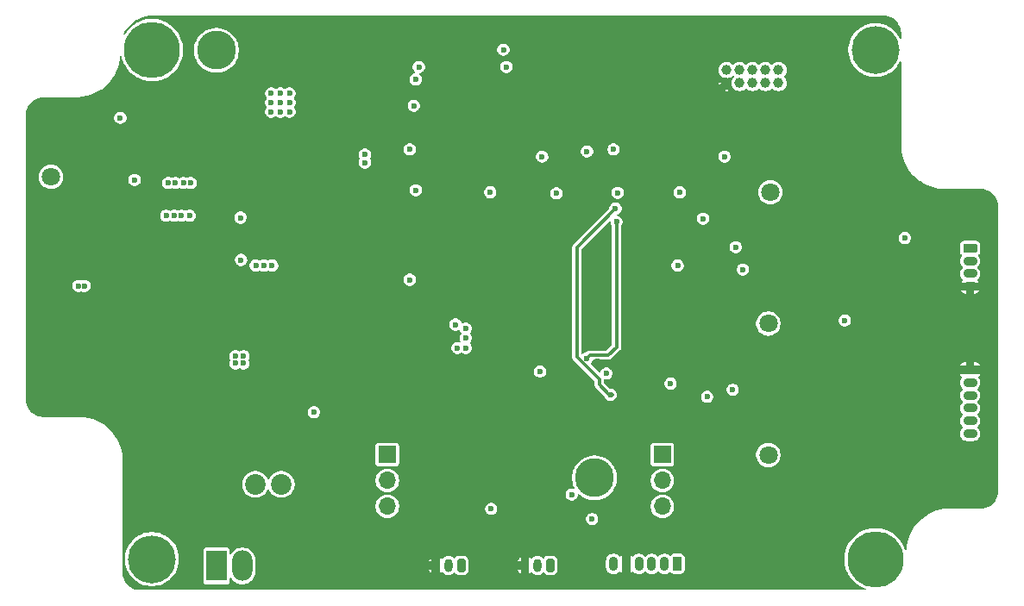
<source format=gbr>
%TF.GenerationSoftware,KiCad,Pcbnew,9.0.4*%
%TF.CreationDate,2025-09-18T14:16:59+03:00*%
%TF.ProjectId,HidroNode_Project,48696472-6f4e-46f6-9465-5f50726f6a65,rev?*%
%TF.SameCoordinates,Original*%
%TF.FileFunction,Copper,L2,Inr*%
%TF.FilePolarity,Positive*%
%FSLAX46Y46*%
G04 Gerber Fmt 4.6, Leading zero omitted, Abs format (unit mm)*
G04 Created by KiCad (PCBNEW 9.0.4) date 2025-09-18 14:16:59*
%MOMM*%
%LPD*%
G01*
G04 APERTURE LIST*
G04 Aperture macros list*
%AMRoundRect*
0 Rectangle with rounded corners*
0 $1 Rounding radius*
0 $2 $3 $4 $5 $6 $7 $8 $9 X,Y pos of 4 corners*
0 Add a 4 corners polygon primitive as box body*
4,1,4,$2,$3,$4,$5,$6,$7,$8,$9,$2,$3,0*
0 Add four circle primitives for the rounded corners*
1,1,$1+$1,$2,$3*
1,1,$1+$1,$4,$5*
1,1,$1+$1,$6,$7*
1,1,$1+$1,$8,$9*
0 Add four rect primitives between the rounded corners*
20,1,$1+$1,$2,$3,$4,$5,0*
20,1,$1+$1,$4,$5,$6,$7,0*
20,1,$1+$1,$6,$7,$8,$9,0*
20,1,$1+$1,$8,$9,$2,$3,0*%
G04 Aperture macros list end*
%TA.AperFunction,ComponentPad*%
%ADD10C,3.800000*%
%TD*%
%TA.AperFunction,ComponentPad*%
%ADD11C,1.800000*%
%TD*%
%TA.AperFunction,ComponentPad*%
%ADD12R,2.000000X3.000000*%
%TD*%
%TA.AperFunction,ComponentPad*%
%ADD13O,2.000000X3.000000*%
%TD*%
%TA.AperFunction,ComponentPad*%
%ADD14C,5.500000*%
%TD*%
%TA.AperFunction,ComponentPad*%
%ADD15R,1.700000X1.700000*%
%TD*%
%TA.AperFunction,ComponentPad*%
%ADD16O,1.700000X1.700000*%
%TD*%
%TA.AperFunction,ComponentPad*%
%ADD17C,1.000000*%
%TD*%
%TA.AperFunction,ComponentPad*%
%ADD18RoundRect,0.200000X0.200000X0.450000X-0.200000X0.450000X-0.200000X-0.450000X0.200000X-0.450000X0*%
%TD*%
%TA.AperFunction,ComponentPad*%
%ADD19O,0.800000X1.300000*%
%TD*%
%TA.AperFunction,ComponentPad*%
%ADD20C,4.700000*%
%TD*%
%TA.AperFunction,ComponentPad*%
%ADD21RoundRect,0.225000X0.225000X0.475000X-0.225000X0.475000X-0.225000X-0.475000X0.225000X-0.475000X0*%
%TD*%
%TA.AperFunction,ComponentPad*%
%ADD22O,0.900000X1.400000*%
%TD*%
%TA.AperFunction,ComponentPad*%
%ADD23C,2.020000*%
%TD*%
%TA.AperFunction,ComponentPad*%
%ADD24RoundRect,0.225000X-0.475000X0.225000X-0.475000X-0.225000X0.475000X-0.225000X0.475000X0.225000X0*%
%TD*%
%TA.AperFunction,ComponentPad*%
%ADD25O,1.400000X0.900000*%
%TD*%
%TA.AperFunction,ViaPad*%
%ADD26C,0.600000*%
%TD*%
%TA.AperFunction,Conductor*%
%ADD27C,0.300000*%
%TD*%
G04 APERTURE END LIST*
D10*
%TO.N,N/C*%
%TO.C,REF\u002A\u002A*%
X94334037Y-82563464D03*
X57234037Y-40563464D03*
%TD*%
D11*
%TO.N,ADC3_Battary*%
%TO.C,TP2*%
X41000000Y-53000000D03*
%TD*%
D12*
%TO.N,/POWER/POWER_IN_P*%
%TO.C,J3*%
X57234037Y-91197500D03*
D13*
%TO.N,/POWER/POWER_IN_N*%
X59774037Y-91197500D03*
%TD*%
D11*
%TO.N,ADC2_SolarP*%
%TO.C,TP1*%
X111600000Y-54500000D03*
%TD*%
%TO.N,ADC0_CH1*%
%TO.C,TP3*%
X111400000Y-80300000D03*
%TD*%
D14*
%TO.N,N/C*%
%TO.C,H1*%
X50900000Y-40532788D03*
%TD*%
D15*
%TO.N,+3.3V*%
%TO.C,J9*%
X101000000Y-80275000D03*
D16*
%TO.N,+GPIO_OUT_POWER*%
X101000000Y-82815000D03*
%TO.N,+5V*%
X101000000Y-85355000D03*
%TD*%
D17*
%TO.N,GND*%
%TO.C,J4*%
X107320000Y-43770000D03*
%TO.N,PA9*%
X108590000Y-43770000D03*
%TO.N,PA10*%
X109860000Y-43770000D03*
%TO.N,PA3*%
X111130000Y-43770000D03*
%TO.N,PA2*%
X112400000Y-43770000D03*
%TO.N,PA4*%
X112400000Y-42500000D03*
%TO.N,PA5*%
X111130000Y-42500000D03*
%TO.N,PA7*%
X109860000Y-42500000D03*
%TO.N,PA11*%
X108590000Y-42500000D03*
%TO.N,+5V*%
X107320000Y-42500000D03*
%TD*%
D18*
%TO.N,Net-(D4-K)*%
%TO.C,J5*%
X90000000Y-91150000D03*
D19*
%TO.N,Net-(J5-Pad2)*%
X88750000Y-91150000D03*
%TO.N,GND*%
X87500000Y-91150000D03*
%TD*%
D14*
%TO.N,N/C*%
%TO.C,H2*%
X121900000Y-90532788D03*
%TD*%
D11*
%TO.N,ADC1_CH2*%
%TO.C,TP4*%
X111400000Y-67400000D03*
%TD*%
D20*
%TO.N,N/C*%
%TO.C,H3*%
X121900000Y-40532788D03*
%TD*%
D21*
%TO.N,/DIGITAL OUTPUTS/GPIO_OUT4*%
%TO.C,J8*%
X102450000Y-91000000D03*
D22*
%TO.N,/DIGITAL OUTPUTS/GPIO_OUT3*%
X101200000Y-91000000D03*
%TO.N,/DIGITAL OUTPUTS/GPIO_OUT2*%
X99950000Y-91000000D03*
%TO.N,/DIGITAL OUTPUTS/GPIO_OUT1*%
X98700000Y-91000000D03*
%TO.N,GND*%
X97450000Y-91000000D03*
%TO.N,Net-(D6-K)*%
X96200000Y-91000000D03*
%TD*%
D23*
%TO.N,+12V*%
%TO.C,J10*%
X61060000Y-83200000D03*
%TO.N,+15V*%
X63600000Y-83200000D03*
%TD*%
D20*
%TO.N,N/C*%
%TO.C,H4*%
X50900000Y-90532788D03*
%TD*%
D24*
%TO.N,GND*%
%TO.C,J1*%
X131200000Y-71950000D03*
D25*
%TO.N,/ANALOG READING/Solar_ADC_P*%
X131200000Y-73200000D03*
%TO.N,/ANALOG READING/ADC2_IN*%
X131200000Y-74450000D03*
%TO.N,/ANALOG READING/ADC1_IN*%
X131200000Y-75700000D03*
%TO.N,+15V*%
X131200000Y-76950000D03*
X131200000Y-78200000D03*
%TD*%
D18*
%TO.N,Net-(D5-K)*%
%TO.C,J6*%
X81250000Y-91150000D03*
D19*
%TO.N,Net-(J6-Pad2)*%
X80000000Y-91150000D03*
%TO.N,GND*%
X78750000Y-91150000D03*
%TD*%
D15*
%TO.N,+3.3V*%
%TO.C,J7*%
X74000000Y-80275000D03*
D16*
%TO.N,GPIO_IN_POWER*%
X74000000Y-82815000D03*
%TO.N,+5V*%
X74000000Y-85355000D03*
%TD*%
D24*
%TO.N,+15V*%
%TO.C,J2*%
X131200000Y-60000000D03*
D25*
%TO.N,/RS485/RS485_A*%
X131200000Y-61250000D03*
%TO.N,/RS485/RS485_B*%
X131200000Y-62500000D03*
%TO.N,GND*%
X131200000Y-63750000D03*
%TD*%
D26*
%TO.N,ADC_4*%
X76200000Y-50300000D03*
X76800000Y-54300000D03*
%TO.N,ADC_5*%
X93600000Y-70800000D03*
%TO.N,ADC_3*%
X95900000Y-74400000D03*
%TO.N,ADC_5*%
X96500000Y-57400000D03*
%TO.N,ADC_3*%
X96400000Y-56100000D03*
%TO.N,+5V*%
X64400000Y-46600000D03*
X59100000Y-70600000D03*
X63500000Y-44800000D03*
X62600000Y-44800000D03*
X64400000Y-44800000D03*
X59900000Y-70600000D03*
X62700000Y-61700000D03*
X94100000Y-86600000D03*
X64400000Y-45700000D03*
X62600000Y-45700000D03*
X63500000Y-45700000D03*
X62600000Y-46600000D03*
X59900000Y-71300000D03*
X59100000Y-71300000D03*
X61900000Y-61700000D03*
X66800000Y-76100000D03*
X61100000Y-61700000D03*
X63500000Y-46600000D03*
%TO.N,GND*%
X82900000Y-74800000D03*
X58500000Y-58800000D03*
X56400000Y-55700000D03*
X114100000Y-82200000D03*
X114000000Y-70700000D03*
X66200000Y-73400000D03*
X69600000Y-48200000D03*
X55600000Y-62600000D03*
X45500000Y-58200000D03*
X90800000Y-53100000D03*
X112300000Y-58200000D03*
X56700000Y-53700000D03*
X64400000Y-59900000D03*
X66900000Y-48400000D03*
X101500000Y-53500000D03*
X119900000Y-55900000D03*
X60300000Y-48400000D03*
X125100000Y-69000000D03*
X107000000Y-53500000D03*
X106800000Y-69000000D03*
X117000000Y-67500000D03*
X56300000Y-54500000D03*
X65100000Y-72800000D03*
X57100000Y-55000000D03*
X118700000Y-80000000D03*
X67600000Y-71000000D03*
X101800000Y-74600000D03*
X69700000Y-53000000D03*
X48600000Y-55600000D03*
X58300000Y-48400000D03*
X94700000Y-71100000D03*
X56300000Y-62600000D03*
X117500000Y-55800000D03*
X51000000Y-61100000D03*
X126400000Y-56900000D03*
X101100000Y-71200000D03*
X44200000Y-51400000D03*
X121300000Y-68400000D03*
X39500000Y-47300000D03*
X66300000Y-45600000D03*
X123600000Y-53800000D03*
X82900000Y-84000000D03*
X81600000Y-73100000D03*
X54800000Y-62600000D03*
X100000000Y-49800000D03*
X89500000Y-71000000D03*
X121500000Y-79800000D03*
X90100000Y-81900000D03*
X109200000Y-81500000D03*
X45600000Y-60400000D03*
X91600000Y-74400000D03*
X66500000Y-47100000D03*
X112100000Y-71600000D03*
X112200000Y-82800000D03*
X75900000Y-47300000D03*
%TO.N,+12V*%
X43700000Y-63700000D03*
X44300000Y-63700000D03*
%TO.N,+3.3V*%
X105000000Y-57100000D03*
X108200000Y-59900000D03*
X118900000Y-67100000D03*
X102500000Y-61700000D03*
X84100000Y-54500000D03*
X105400000Y-74600000D03*
X102700000Y-54500000D03*
X96618345Y-54553298D03*
X71800000Y-50800000D03*
X47800000Y-47200000D03*
X90600000Y-54600000D03*
X124796651Y-58994928D03*
X71800000Y-51600000D03*
%TO.N,+15V*%
X80900000Y-69800000D03*
X81700000Y-67900000D03*
X81700000Y-68800000D03*
X81700000Y-69800000D03*
X80700000Y-67500000D03*
%TO.N,ADC3_Battary*%
X49200000Y-53300000D03*
X108900000Y-62100000D03*
%TO.N,+GPIO_OUT_POWER*%
X95500000Y-72300000D03*
X107900000Y-73900000D03*
X101800000Y-73300000D03*
X89000000Y-72100000D03*
%TO.N,GPIO_IN_POWER*%
X92100000Y-84200000D03*
X84200000Y-85600000D03*
%TO.N,Net-(U8-SW)*%
X52300000Y-56800000D03*
X54000000Y-53600000D03*
X52500000Y-53600000D03*
X54700000Y-53600000D03*
X54600000Y-56800000D03*
X53100000Y-56800000D03*
X53200000Y-53600000D03*
X53800000Y-56800000D03*
%TO.N,GPIO_2*%
X93600000Y-50500000D03*
%TO.N,GPIO_1*%
X89200000Y-51000000D03*
%TO.N,GPIO_3*%
X96200000Y-50300000D03*
%TO.N,GPIO_4*%
X107100000Y-51000000D03*
%TO.N,EN_15V*%
X76200000Y-63100000D03*
%TO.N,RS485_EN*%
X77100000Y-42200000D03*
%TO.N,RS485_RX*%
X76800000Y-43400000D03*
%TO.N,RS485_TX*%
X76600000Y-46000000D03*
%TO.N,PA10*%
X85700000Y-42200000D03*
%TO.N,PA9*%
X85400000Y-40500000D03*
%TO.N,Net-(U8-EN)*%
X59650000Y-61150000D03*
X59600000Y-57000000D03*
%TD*%
D27*
%TO.N,ADC_3*%
X92600000Y-70649943D02*
X92600000Y-59900000D01*
X94800000Y-72849943D02*
X92600000Y-70649943D01*
X92600000Y-59900000D02*
X96400000Y-56100000D01*
X94800000Y-73400000D02*
X94800000Y-72849943D01*
X95800000Y-74400000D02*
X94800000Y-73400000D01*
X95900000Y-74400000D02*
X95800000Y-74400000D01*
%TO.N,ADC_5*%
X93901000Y-70499000D02*
X93600000Y-70800000D01*
X95700000Y-70500000D02*
X95699000Y-70499000D01*
X96500000Y-69700000D02*
X95700000Y-70500000D01*
X96500000Y-57400000D02*
X96500000Y-69700000D01*
X95699000Y-70499000D02*
X93901000Y-70499000D01*
%TO.N,ADC_3*%
X95900000Y-74400000D02*
X96100000Y-74400000D01*
%TD*%
%TA.AperFunction,Conductor*%
%TO.N,GND*%
G36*
X122736646Y-37164152D02*
G01*
X122970621Y-37180889D01*
X122981048Y-37182388D01*
X123207670Y-37231690D01*
X123217789Y-37234662D01*
X123412233Y-37307188D01*
X123435065Y-37315704D01*
X123444669Y-37320090D01*
X123648198Y-37431228D01*
X123657079Y-37436936D01*
X123842723Y-37575907D01*
X123850703Y-37582821D01*
X124014678Y-37746797D01*
X124021592Y-37754776D01*
X124160564Y-37940419D01*
X124166272Y-37949301D01*
X124277409Y-38152831D01*
X124281795Y-38162435D01*
X124362836Y-38379706D01*
X124365811Y-38389836D01*
X124415109Y-38616440D01*
X124416611Y-38626891D01*
X124433347Y-38860848D01*
X124433536Y-38866126D01*
X124433537Y-38905490D01*
X124433537Y-39360736D01*
X124411863Y-39413062D01*
X124359537Y-39434736D01*
X124307211Y-39413062D01*
X124292865Y-39392844D01*
X124266600Y-39338305D01*
X124223435Y-39248671D01*
X124065050Y-38996603D01*
X124065047Y-38996599D01*
X124065045Y-38996596D01*
X123879443Y-38763859D01*
X123668928Y-38553344D01*
X123436191Y-38367742D01*
X123184112Y-38209350D01*
X122915900Y-38080186D01*
X122634916Y-37981866D01*
X122634911Y-37981864D01*
X122634909Y-37981864D01*
X122344675Y-37915620D01*
X122344678Y-37915620D01*
X122217892Y-37901334D01*
X122048849Y-37882288D01*
X121751151Y-37882288D01*
X121582107Y-37901334D01*
X121455322Y-37915620D01*
X121165095Y-37981863D01*
X121165083Y-37981866D01*
X120884099Y-38080186D01*
X120615887Y-38209350D01*
X120363808Y-38367742D01*
X120131071Y-38553344D01*
X119920556Y-38763859D01*
X119734954Y-38996596D01*
X119576562Y-39248675D01*
X119447398Y-39516887D01*
X119349078Y-39797871D01*
X119349075Y-39797883D01*
X119282832Y-40088110D01*
X119277746Y-40133248D01*
X119249500Y-40383939D01*
X119249500Y-40681637D01*
X119264625Y-40815869D01*
X119282832Y-40977465D01*
X119349075Y-41267692D01*
X119349078Y-41267704D01*
X119447398Y-41548688D01*
X119576562Y-41816900D01*
X119576564Y-41816904D01*
X119576565Y-41816905D01*
X119698333Y-42010698D01*
X119734954Y-42068979D01*
X119920556Y-42301716D01*
X120131071Y-42512231D01*
X120363808Y-42697833D01*
X120363811Y-42697835D01*
X120363815Y-42697838D01*
X120615883Y-42856223D01*
X120615886Y-42856224D01*
X120615887Y-42856225D01*
X120827917Y-42958333D01*
X120884099Y-42985389D01*
X121165091Y-43083712D01*
X121455325Y-43149956D01*
X121751151Y-43183288D01*
X121751155Y-43183288D01*
X122048845Y-43183288D01*
X122048849Y-43183288D01*
X122344675Y-43149956D01*
X122634909Y-43083712D01*
X122915901Y-42985389D01*
X123184117Y-42856223D01*
X123436185Y-42697838D01*
X123668934Y-42512226D01*
X123879438Y-42301722D01*
X123880169Y-42300806D01*
X124023607Y-42120941D01*
X124065050Y-42068973D01*
X124223435Y-41816905D01*
X124292865Y-41672731D01*
X124335096Y-41634992D01*
X124391644Y-41638167D01*
X124429384Y-41680398D01*
X124433537Y-41704839D01*
X124433537Y-49832808D01*
X124433536Y-49832810D01*
X124433534Y-50062284D01*
X124433534Y-50062294D01*
X124470219Y-50458229D01*
X124543285Y-50849116D01*
X124652105Y-51231587D01*
X124652108Y-51231596D01*
X124795754Y-51602392D01*
X124972990Y-51958334D01*
X124972995Y-51958343D01*
X124972998Y-51958349D01*
X124982218Y-51973240D01*
X125182334Y-52296440D01*
X125182337Y-52296445D01*
X125421965Y-52613762D01*
X125421970Y-52613769D01*
X125689861Y-52907632D01*
X125689868Y-52907639D01*
X125983730Y-53175530D01*
X125983736Y-53175535D01*
X126253246Y-53379059D01*
X126301063Y-53415168D01*
X126639152Y-53624502D01*
X126995114Y-53801748D01*
X127365912Y-53945394D01*
X127748382Y-54054214D01*
X128139261Y-54127279D01*
X128139270Y-54127279D01*
X128139271Y-54127280D01*
X128180650Y-54131113D01*
X128535215Y-54163966D01*
X128734040Y-54163964D01*
X128781634Y-54163964D01*
X132186436Y-54163964D01*
X132231418Y-54163964D01*
X132236646Y-54164152D01*
X132470621Y-54180889D01*
X132481048Y-54182388D01*
X132707670Y-54231690D01*
X132717789Y-54234662D01*
X132923189Y-54311274D01*
X132935065Y-54315704D01*
X132944669Y-54320090D01*
X133148198Y-54431228D01*
X133157079Y-54436936D01*
X133342723Y-54575907D01*
X133350703Y-54582821D01*
X133514678Y-54746797D01*
X133521592Y-54754776D01*
X133660564Y-54940419D01*
X133666272Y-54949301D01*
X133777409Y-55152831D01*
X133781795Y-55162435D01*
X133862836Y-55379706D01*
X133865811Y-55389836D01*
X133915109Y-55616440D01*
X133916611Y-55626891D01*
X133933347Y-55860848D01*
X133933536Y-55866126D01*
X133933537Y-55911054D01*
X133933537Y-83811329D01*
X133933536Y-83811347D01*
X133933536Y-83860821D01*
X133933348Y-83866098D01*
X133916620Y-84100062D01*
X133915117Y-84110514D01*
X133865827Y-84337112D01*
X133862853Y-84347242D01*
X133781814Y-84564527D01*
X133777428Y-84574131D01*
X133666293Y-84777668D01*
X133660585Y-84786550D01*
X133521618Y-84972197D01*
X133514704Y-84980177D01*
X133350725Y-85144161D01*
X133342746Y-85151075D01*
X133157105Y-85290050D01*
X133148223Y-85295759D01*
X132944685Y-85406904D01*
X132935081Y-85411290D01*
X132717804Y-85492335D01*
X132707673Y-85495310D01*
X132481066Y-85544610D01*
X132470615Y-85546112D01*
X132237693Y-85562775D01*
X132232413Y-85562964D01*
X129296512Y-85562964D01*
X129290547Y-85562963D01*
X129290545Y-85562963D01*
X129279110Y-85562963D01*
X129273608Y-85562963D01*
X129273586Y-85562954D01*
X129242951Y-85562954D01*
X129219532Y-85562954D01*
X129044128Y-85562955D01*
X129044122Y-85562956D01*
X128648181Y-85599649D01*
X128648165Y-85599651D01*
X128257303Y-85672720D01*
X127874836Y-85781545D01*
X127504042Y-85925194D01*
X127148082Y-86102442D01*
X127148072Y-86102448D01*
X126809998Y-86311777D01*
X126492675Y-86551409D01*
X126198797Y-86819315D01*
X125930909Y-87113174D01*
X125930904Y-87113181D01*
X125691277Y-87430496D01*
X125691274Y-87430501D01*
X125481940Y-87768587D01*
X125481935Y-87768597D01*
X125304691Y-88124547D01*
X125161040Y-88495349D01*
X125052219Y-88877809D01*
X124979147Y-89268697D01*
X124949850Y-89584830D01*
X124923440Y-89634932D01*
X124869337Y-89651685D01*
X124819235Y-89625275D01*
X124806319Y-89602441D01*
X124722739Y-89363579D01*
X124574076Y-89054879D01*
X124574076Y-89054878D01*
X124391789Y-88764770D01*
X124178166Y-88496895D01*
X123935893Y-88254622D01*
X123668018Y-88040999D01*
X123377910Y-87858712D01*
X123377908Y-87858711D01*
X123069208Y-87710048D01*
X122745830Y-87596895D01*
X122745812Y-87596889D01*
X122411786Y-87520649D01*
X122265866Y-87504208D01*
X122071312Y-87482288D01*
X121728688Y-87482288D01*
X121558452Y-87501468D01*
X121388213Y-87520649D01*
X121054187Y-87596889D01*
X121054169Y-87596895D01*
X120730791Y-87710048D01*
X120422091Y-87858711D01*
X120131981Y-88040999D01*
X119864103Y-88254625D01*
X119621837Y-88496891D01*
X119408211Y-88764769D01*
X119225923Y-89054879D01*
X119077260Y-89363579D01*
X118964107Y-89686957D01*
X118964101Y-89686975D01*
X118887861Y-90021001D01*
X118871406Y-90167048D01*
X118849500Y-90361476D01*
X118849500Y-90704100D01*
X118854672Y-90750000D01*
X118887861Y-91044574D01*
X118964101Y-91378600D01*
X118964107Y-91378618D01*
X119077260Y-91701996D01*
X119193670Y-91943723D01*
X119225924Y-92010698D01*
X119408211Y-92300806D01*
X119621834Y-92568681D01*
X119864107Y-92810954D01*
X120131982Y-93024577D01*
X120422090Y-93206864D01*
X120601337Y-93293185D01*
X120730791Y-93355527D01*
X120938006Y-93428034D01*
X120980238Y-93465773D01*
X120983413Y-93522321D01*
X120945674Y-93564553D01*
X120913566Y-93571881D01*
X49820795Y-93571881D01*
X49812993Y-93571469D01*
X49805294Y-93570652D01*
X49781626Y-93562963D01*
X49734031Y-93562964D01*
X49730185Y-93562689D01*
X49730138Y-93562684D01*
X49497442Y-93546047D01*
X49486991Y-93544544D01*
X49260398Y-93495254D01*
X49250268Y-93492280D01*
X49032985Y-93411241D01*
X49023380Y-93406854D01*
X48819853Y-93295721D01*
X48810971Y-93290013D01*
X48625330Y-93151045D01*
X48617350Y-93144131D01*
X48453369Y-92980150D01*
X48446455Y-92972170D01*
X48307487Y-92786529D01*
X48301779Y-92777647D01*
X48296234Y-92767492D01*
X48190642Y-92574114D01*
X48186259Y-92564516D01*
X48178877Y-92544724D01*
X48105219Y-92347230D01*
X48102245Y-92337100D01*
X48099456Y-92324279D01*
X48052954Y-92110499D01*
X48051454Y-92100068D01*
X48034725Y-91866111D01*
X48034537Y-91860833D01*
X48034537Y-91842329D01*
X48034538Y-91815875D01*
X48034537Y-91815871D01*
X48034537Y-90383939D01*
X48249500Y-90383939D01*
X48249500Y-90681637D01*
X48251569Y-90700000D01*
X48282832Y-90977465D01*
X48349075Y-91267692D01*
X48349078Y-91267704D01*
X48447398Y-91548688D01*
X48576562Y-91816900D01*
X48576564Y-91816904D01*
X48576565Y-91816905D01*
X48698333Y-92010698D01*
X48734954Y-92068979D01*
X48920556Y-92301716D01*
X49131071Y-92512231D01*
X49363808Y-92697833D01*
X49363811Y-92697835D01*
X49363815Y-92697838D01*
X49615883Y-92856223D01*
X49615886Y-92856224D01*
X49615887Y-92856225D01*
X49712435Y-92902720D01*
X49884099Y-92985389D01*
X50165091Y-93083712D01*
X50455325Y-93149956D01*
X50751151Y-93183288D01*
X50751155Y-93183288D01*
X51048845Y-93183288D01*
X51048849Y-93183288D01*
X51344675Y-93149956D01*
X51634909Y-93083712D01*
X51915901Y-92985389D01*
X52184117Y-92856223D01*
X52436185Y-92697838D01*
X52552559Y-92605032D01*
X52668928Y-92512231D01*
X52668929Y-92512229D01*
X52668934Y-92512226D01*
X52879438Y-92301722D01*
X52880169Y-92300806D01*
X53045020Y-92094090D01*
X53065050Y-92068973D01*
X53223435Y-91816905D01*
X53352601Y-91548689D01*
X53450924Y-91267697D01*
X53517168Y-90977463D01*
X53550500Y-90681637D01*
X53550500Y-90383939D01*
X53517168Y-90088113D01*
X53450924Y-89797879D01*
X53418613Y-89705539D01*
X53407906Y-89674938D01*
X53400102Y-89652635D01*
X55933537Y-89652635D01*
X55933537Y-92742363D01*
X55936451Y-92767486D01*
X55936452Y-92767492D01*
X55975631Y-92856223D01*
X55981831Y-92870265D01*
X56061272Y-92949706D01*
X56164046Y-92995085D01*
X56189172Y-92998000D01*
X58278901Y-92997999D01*
X58304028Y-92995085D01*
X58406802Y-92949706D01*
X58486243Y-92870265D01*
X58531622Y-92767491D01*
X58534537Y-92742365D01*
X58534536Y-92431762D01*
X58556210Y-92379438D01*
X58608536Y-92357764D01*
X58660862Y-92379438D01*
X58668403Y-92388268D01*
X58758467Y-92512231D01*
X58782071Y-92544719D01*
X58926818Y-92689466D01*
X58999628Y-92742365D01*
X59092426Y-92809787D01*
X59180337Y-92854579D01*
X59274818Y-92902720D01*
X59274820Y-92902720D01*
X59274823Y-92902722D01*
X59469492Y-92965974D01*
X59469498Y-92965975D01*
X59469503Y-92965977D01*
X59570594Y-92981988D01*
X59671683Y-92998000D01*
X59671685Y-92998000D01*
X59876391Y-92998000D01*
X59957261Y-92985190D01*
X60078571Y-92965977D01*
X60078578Y-92965974D01*
X60078581Y-92965974D01*
X60273250Y-92902722D01*
X60273250Y-92902721D01*
X60273256Y-92902720D01*
X60455647Y-92809787D01*
X60621256Y-92689466D01*
X60766003Y-92544719D01*
X60886324Y-92379110D01*
X60979257Y-92196719D01*
X61008950Y-92105334D01*
X61042511Y-92002044D01*
X61042511Y-92002041D01*
X61042514Y-92002034D01*
X61069356Y-91832563D01*
X61074537Y-91799853D01*
X61074537Y-91550000D01*
X78066123Y-91550000D01*
X78076899Y-91604177D01*
X78076901Y-91604184D01*
X78129667Y-91731573D01*
X78206273Y-91846223D01*
X78303773Y-91943723D01*
X78303778Y-91943727D01*
X78350000Y-91974610D01*
X78350000Y-91550000D01*
X78066123Y-91550000D01*
X61074537Y-91550000D01*
X61074537Y-91100272D01*
X78500000Y-91100272D01*
X78500000Y-91199728D01*
X78538060Y-91291614D01*
X78608386Y-91361940D01*
X78700272Y-91400000D01*
X78799728Y-91400000D01*
X78891614Y-91361940D01*
X78961940Y-91291614D01*
X79000000Y-91199728D01*
X79000000Y-91100272D01*
X78961940Y-91008386D01*
X78891614Y-90938060D01*
X78799728Y-90900000D01*
X78700272Y-90900000D01*
X78608386Y-90938060D01*
X78538060Y-91008386D01*
X78500000Y-91100272D01*
X61074537Y-91100272D01*
X61074537Y-90750000D01*
X78066123Y-90750000D01*
X78350000Y-90750000D01*
X78350000Y-90325388D01*
X79150000Y-90325388D01*
X79150000Y-91974610D01*
X79196221Y-91943727D01*
X79196226Y-91943723D01*
X79293724Y-91846225D01*
X79313169Y-91817123D01*
X79360260Y-91785656D01*
X79415810Y-91796704D01*
X79436226Y-91817119D01*
X79455886Y-91846542D01*
X79553458Y-91944114D01*
X79668189Y-92020775D01*
X79668190Y-92020775D01*
X79668191Y-92020776D01*
X79784564Y-92068979D01*
X79795672Y-92073580D01*
X79931007Y-92100500D01*
X79931009Y-92100500D01*
X80068991Y-92100500D01*
X80068993Y-92100500D01*
X80204328Y-92073580D01*
X80331811Y-92020775D01*
X80446542Y-91944114D01*
X80521040Y-91869615D01*
X80573363Y-91847943D01*
X80625689Y-91869617D01*
X80632603Y-91877596D01*
X80692454Y-91957546D01*
X80807669Y-92043796D01*
X80807670Y-92043797D01*
X80918605Y-92085172D01*
X80942517Y-92094091D01*
X81002127Y-92100500D01*
X81497872Y-92100499D01*
X81557483Y-92094091D01*
X81624907Y-92068943D01*
X81692329Y-92043797D01*
X81692329Y-92043796D01*
X81692331Y-92043796D01*
X81807546Y-91957546D01*
X81893796Y-91842331D01*
X81903664Y-91815875D01*
X81935106Y-91731573D01*
X81944091Y-91707483D01*
X81950500Y-91647873D01*
X81950500Y-91550000D01*
X86816123Y-91550000D01*
X86826899Y-91604177D01*
X86826901Y-91604184D01*
X86879667Y-91731573D01*
X86956273Y-91846223D01*
X87053773Y-91943723D01*
X87053778Y-91943727D01*
X87100000Y-91974610D01*
X87100000Y-91550000D01*
X86816123Y-91550000D01*
X81950500Y-91550000D01*
X81950499Y-91100272D01*
X87250000Y-91100272D01*
X87250000Y-91199728D01*
X87288060Y-91291614D01*
X87358386Y-91361940D01*
X87450272Y-91400000D01*
X87549728Y-91400000D01*
X87641614Y-91361940D01*
X87711940Y-91291614D01*
X87750000Y-91199728D01*
X87750000Y-91100272D01*
X87711940Y-91008386D01*
X87641614Y-90938060D01*
X87549728Y-90900000D01*
X87450272Y-90900000D01*
X87358386Y-90938060D01*
X87288060Y-91008386D01*
X87250000Y-91100272D01*
X81950499Y-91100272D01*
X81950499Y-90750000D01*
X86816123Y-90750000D01*
X87100000Y-90750000D01*
X87100000Y-90325388D01*
X87900000Y-90325388D01*
X87900000Y-91974610D01*
X87946221Y-91943727D01*
X87946226Y-91943723D01*
X88043724Y-91846225D01*
X88063169Y-91817123D01*
X88110260Y-91785656D01*
X88165810Y-91796704D01*
X88186226Y-91817119D01*
X88205886Y-91846542D01*
X88303458Y-91944114D01*
X88418189Y-92020775D01*
X88418190Y-92020775D01*
X88418191Y-92020776D01*
X88534564Y-92068979D01*
X88545672Y-92073580D01*
X88681007Y-92100500D01*
X88681009Y-92100500D01*
X88818991Y-92100500D01*
X88818993Y-92100500D01*
X88954328Y-92073580D01*
X89081811Y-92020775D01*
X89196542Y-91944114D01*
X89271040Y-91869615D01*
X89323363Y-91847943D01*
X89375689Y-91869617D01*
X89382603Y-91877596D01*
X89442454Y-91957546D01*
X89557669Y-92043796D01*
X89557670Y-92043797D01*
X89668605Y-92085172D01*
X89692517Y-92094091D01*
X89752127Y-92100500D01*
X90247872Y-92100499D01*
X90307483Y-92094091D01*
X90374907Y-92068943D01*
X90442329Y-92043797D01*
X90442329Y-92043796D01*
X90442331Y-92043796D01*
X90557546Y-91957546D01*
X90643796Y-91842331D01*
X90653664Y-91815875D01*
X90685106Y-91731573D01*
X90694091Y-91707483D01*
X90700500Y-91647873D01*
X90700499Y-90676083D01*
X95449500Y-90676083D01*
X95449500Y-91323916D01*
X95478340Y-91468907D01*
X95478343Y-91468917D01*
X95534915Y-91605494D01*
X95617048Y-91728415D01*
X95721584Y-91832951D01*
X95844505Y-91915084D01*
X95947017Y-91957546D01*
X95981087Y-91971658D01*
X96126082Y-92000500D01*
X96126084Y-92000500D01*
X96273916Y-92000500D01*
X96273918Y-92000500D01*
X96418913Y-91971658D01*
X96555495Y-91915084D01*
X96678416Y-91832951D01*
X96773028Y-91738338D01*
X96825353Y-91716665D01*
X96877679Y-91738339D01*
X96971903Y-91832563D01*
X97050000Y-91884744D01*
X97050000Y-90960504D01*
X97150000Y-90960504D01*
X97150000Y-91039496D01*
X97170444Y-91115796D01*
X97209940Y-91184205D01*
X97265795Y-91240060D01*
X97334204Y-91279556D01*
X97410504Y-91300000D01*
X97489496Y-91300000D01*
X97565796Y-91279556D01*
X97634205Y-91240060D01*
X97690060Y-91184205D01*
X97729556Y-91115796D01*
X97750000Y-91039496D01*
X97750000Y-90960504D01*
X97729556Y-90884204D01*
X97690060Y-90815795D01*
X97634205Y-90759940D01*
X97565796Y-90720444D01*
X97489496Y-90700000D01*
X97410504Y-90700000D01*
X97334204Y-90720444D01*
X97265795Y-90759940D01*
X97209940Y-90815795D01*
X97170444Y-90884204D01*
X97150000Y-90960504D01*
X97050000Y-90960504D01*
X97050000Y-90115254D01*
X97850000Y-90115254D01*
X97850000Y-91884744D01*
X97928096Y-91832563D01*
X98022320Y-91738339D01*
X98074646Y-91716665D01*
X98126972Y-91738339D01*
X98221584Y-91832951D01*
X98344505Y-91915084D01*
X98447017Y-91957546D01*
X98481087Y-91971658D01*
X98626082Y-92000500D01*
X98626084Y-92000500D01*
X98773916Y-92000500D01*
X98773918Y-92000500D01*
X98918913Y-91971658D01*
X99055495Y-91915084D01*
X99178416Y-91832951D01*
X99272674Y-91738693D01*
X99325000Y-91717019D01*
X99377326Y-91738693D01*
X99471584Y-91832951D01*
X99594505Y-91915084D01*
X99697017Y-91957546D01*
X99731087Y-91971658D01*
X99876082Y-92000500D01*
X99876084Y-92000500D01*
X100023916Y-92000500D01*
X100023918Y-92000500D01*
X100168913Y-91971658D01*
X100305495Y-91915084D01*
X100428416Y-91832951D01*
X100522674Y-91738693D01*
X100575000Y-91717019D01*
X100627326Y-91738693D01*
X100721584Y-91832951D01*
X100844505Y-91915084D01*
X100947017Y-91957546D01*
X100981087Y-91971658D01*
X101126082Y-92000500D01*
X101126084Y-92000500D01*
X101273916Y-92000500D01*
X101273918Y-92000500D01*
X101418913Y-91971658D01*
X101555495Y-91915084D01*
X101678416Y-91832951D01*
X101708558Y-91802807D01*
X101760882Y-91781133D01*
X101813208Y-91802805D01*
X101819847Y-91810419D01*
X101849919Y-91850075D01*
X101849920Y-91850076D01*
X101849922Y-91850078D01*
X101965025Y-91937364D01*
X101965026Y-91937364D01*
X101965027Y-91937365D01*
X101999783Y-91951071D01*
X102099410Y-91990359D01*
X102173714Y-91999282D01*
X102183855Y-92000500D01*
X102183856Y-92000500D01*
X102716145Y-92000500D01*
X102725198Y-91999412D01*
X102800590Y-91990359D01*
X102934975Y-91937364D01*
X103050078Y-91850078D01*
X103137364Y-91734975D01*
X103190359Y-91600590D01*
X103200500Y-91516144D01*
X103200500Y-90483856D01*
X103200382Y-90482876D01*
X103196888Y-90453776D01*
X103190359Y-90399410D01*
X103137364Y-90265025D01*
X103050078Y-90149922D01*
X102934975Y-90062636D01*
X102934974Y-90062635D01*
X102934972Y-90062634D01*
X102800590Y-90009641D01*
X102716145Y-89999500D01*
X102716144Y-89999500D01*
X102183856Y-89999500D01*
X102183855Y-89999500D01*
X102099409Y-90009641D01*
X101965027Y-90062634D01*
X101849919Y-90149924D01*
X101849918Y-90149925D01*
X101819846Y-90189580D01*
X101770958Y-90218176D01*
X101716169Y-90203827D01*
X101708558Y-90197191D01*
X101678415Y-90167048D01*
X101555494Y-90084915D01*
X101418917Y-90028343D01*
X101418907Y-90028340D01*
X101321811Y-90009026D01*
X101273918Y-89999500D01*
X101126082Y-89999500D01*
X101089725Y-90006732D01*
X100981092Y-90028340D01*
X100981082Y-90028343D01*
X100844505Y-90084915D01*
X100721584Y-90167048D01*
X100721583Y-90167050D01*
X100627326Y-90261307D01*
X100575000Y-90282981D01*
X100522674Y-90261307D01*
X100428415Y-90167048D01*
X100305494Y-90084915D01*
X100168917Y-90028343D01*
X100168907Y-90028340D01*
X100071811Y-90009026D01*
X100023918Y-89999500D01*
X99876082Y-89999500D01*
X99839725Y-90006732D01*
X99731092Y-90028340D01*
X99731082Y-90028343D01*
X99594505Y-90084915D01*
X99471584Y-90167048D01*
X99471583Y-90167050D01*
X99377326Y-90261307D01*
X99325000Y-90282981D01*
X99272674Y-90261307D01*
X99178415Y-90167048D01*
X99055494Y-90084915D01*
X98918917Y-90028343D01*
X98918907Y-90028340D01*
X98821811Y-90009026D01*
X98773918Y-89999500D01*
X98626082Y-89999500D01*
X98589725Y-90006732D01*
X98481092Y-90028340D01*
X98481082Y-90028343D01*
X98344505Y-90084915D01*
X98221584Y-90167048D01*
X98221583Y-90167050D01*
X98126972Y-90261661D01*
X98074646Y-90283335D01*
X98022320Y-90261661D01*
X97928093Y-90167434D01*
X97850000Y-90115254D01*
X97050000Y-90115254D01*
X96971906Y-90167434D01*
X96971905Y-90167435D01*
X96877680Y-90261661D01*
X96825354Y-90283335D01*
X96773028Y-90261661D01*
X96678415Y-90167048D01*
X96555494Y-90084915D01*
X96418917Y-90028343D01*
X96418907Y-90028340D01*
X96321811Y-90009026D01*
X96273918Y-89999500D01*
X96126082Y-89999500D01*
X96089725Y-90006732D01*
X95981092Y-90028340D01*
X95981082Y-90028343D01*
X95844505Y-90084915D01*
X95721584Y-90167048D01*
X95721583Y-90167050D01*
X95617050Y-90271583D01*
X95617048Y-90271584D01*
X95534915Y-90394505D01*
X95478343Y-90531082D01*
X95478340Y-90531092D01*
X95449500Y-90676083D01*
X90700499Y-90676083D01*
X90700499Y-90652128D01*
X90694091Y-90592517D01*
X90671179Y-90531087D01*
X90643797Y-90457670D01*
X90643796Y-90457669D01*
X90623369Y-90430382D01*
X90557546Y-90342454D01*
X90454117Y-90265027D01*
X90442330Y-90256203D01*
X90442329Y-90256202D01*
X90307487Y-90205910D01*
X90307484Y-90205909D01*
X90307483Y-90205909D01*
X90247873Y-90199500D01*
X89752127Y-90199500D01*
X89692514Y-90205909D01*
X89557670Y-90256202D01*
X89557669Y-90256203D01*
X89442453Y-90342454D01*
X89382602Y-90422404D01*
X89333893Y-90451303D01*
X89279015Y-90437295D01*
X89271044Y-90430388D01*
X89196542Y-90355886D01*
X89081811Y-90279225D01*
X89081810Y-90279224D01*
X89081808Y-90279223D01*
X88954332Y-90226421D01*
X88954322Y-90226418D01*
X88863694Y-90208391D01*
X88818993Y-90199500D01*
X88681007Y-90199500D01*
X88648787Y-90205909D01*
X88545677Y-90226418D01*
X88545667Y-90226421D01*
X88418191Y-90279223D01*
X88303461Y-90355883D01*
X88205884Y-90453460D01*
X88205881Y-90453464D01*
X88186227Y-90482878D01*
X88139134Y-90514343D01*
X88083586Y-90503293D01*
X88063170Y-90482876D01*
X88043729Y-90453780D01*
X88043725Y-90453775D01*
X87946221Y-90356272D01*
X87946220Y-90356271D01*
X87900000Y-90325388D01*
X87100000Y-90325388D01*
X87053779Y-90356271D01*
X87053778Y-90356272D01*
X86956274Y-90453775D01*
X86956273Y-90453776D01*
X86879667Y-90568426D01*
X86826901Y-90695815D01*
X86826899Y-90695822D01*
X86816123Y-90750000D01*
X81950499Y-90750000D01*
X81950499Y-90652128D01*
X81944091Y-90592517D01*
X81921179Y-90531087D01*
X81893797Y-90457670D01*
X81893796Y-90457669D01*
X81873369Y-90430382D01*
X81807546Y-90342454D01*
X81704117Y-90265027D01*
X81692330Y-90256203D01*
X81692329Y-90256202D01*
X81557487Y-90205910D01*
X81557484Y-90205909D01*
X81557483Y-90205909D01*
X81497873Y-90199500D01*
X81002127Y-90199500D01*
X80942514Y-90205909D01*
X80807670Y-90256202D01*
X80807669Y-90256203D01*
X80692453Y-90342454D01*
X80632602Y-90422404D01*
X80583893Y-90451303D01*
X80529015Y-90437295D01*
X80521044Y-90430388D01*
X80446542Y-90355886D01*
X80331811Y-90279225D01*
X80331810Y-90279224D01*
X80331808Y-90279223D01*
X80204332Y-90226421D01*
X80204322Y-90226418D01*
X80113694Y-90208391D01*
X80068993Y-90199500D01*
X79931007Y-90199500D01*
X79898787Y-90205909D01*
X79795677Y-90226418D01*
X79795667Y-90226421D01*
X79668191Y-90279223D01*
X79553461Y-90355883D01*
X79455884Y-90453460D01*
X79455881Y-90453464D01*
X79436227Y-90482878D01*
X79389134Y-90514343D01*
X79333586Y-90503293D01*
X79313170Y-90482876D01*
X79293729Y-90453780D01*
X79293725Y-90453775D01*
X79196221Y-90356272D01*
X79196220Y-90356271D01*
X79150000Y-90325388D01*
X78350000Y-90325388D01*
X78303779Y-90356271D01*
X78303778Y-90356272D01*
X78206274Y-90453775D01*
X78206273Y-90453776D01*
X78129667Y-90568426D01*
X78076901Y-90695815D01*
X78076899Y-90695822D01*
X78066123Y-90750000D01*
X61074537Y-90750000D01*
X61074537Y-90595146D01*
X61052146Y-90453780D01*
X61042514Y-90392966D01*
X61042512Y-90392961D01*
X61042511Y-90392955D01*
X60979259Y-90198286D01*
X60979257Y-90198283D01*
X60979257Y-90198281D01*
X60921494Y-90084915D01*
X60886324Y-90015889D01*
X60810158Y-89911056D01*
X60766003Y-89850281D01*
X60621256Y-89705534D01*
X60524080Y-89634932D01*
X60455647Y-89585212D01*
X60273250Y-89492277D01*
X60078581Y-89429025D01*
X60078568Y-89429022D01*
X59876391Y-89397000D01*
X59876389Y-89397000D01*
X59671685Y-89397000D01*
X59671683Y-89397000D01*
X59469505Y-89429022D01*
X59469492Y-89429025D01*
X59274823Y-89492277D01*
X59092426Y-89585212D01*
X58952387Y-89686957D01*
X58926818Y-89705534D01*
X58926813Y-89705539D01*
X58782067Y-89850285D01*
X58668403Y-90006732D01*
X58620112Y-90036325D01*
X58565040Y-90023103D01*
X58535447Y-89974812D01*
X58534536Y-89963236D01*
X58534536Y-89652636D01*
X58531622Y-89627513D01*
X58531622Y-89627511D01*
X58531622Y-89627509D01*
X58486243Y-89524735D01*
X58406802Y-89445294D01*
X58304028Y-89399915D01*
X58304027Y-89399914D01*
X58304025Y-89399914D01*
X58282696Y-89397440D01*
X58278902Y-89397000D01*
X58278901Y-89397000D01*
X56189173Y-89397000D01*
X56164050Y-89399914D01*
X56164044Y-89399915D01*
X56061271Y-89445294D01*
X55981831Y-89524734D01*
X55936451Y-89627511D01*
X55933537Y-89652635D01*
X53400102Y-89652635D01*
X53352601Y-89516887D01*
X53223437Y-89248675D01*
X53223436Y-89248674D01*
X53223435Y-89248671D01*
X53065050Y-88996603D01*
X53065047Y-88996599D01*
X53065045Y-88996596D01*
X52879443Y-88763859D01*
X52668928Y-88553344D01*
X52436191Y-88367742D01*
X52184112Y-88209350D01*
X51915900Y-88080186D01*
X51634916Y-87981866D01*
X51634911Y-87981864D01*
X51634909Y-87981864D01*
X51344675Y-87915620D01*
X51344678Y-87915620D01*
X51217892Y-87901334D01*
X51048849Y-87882288D01*
X50751151Y-87882288D01*
X50582107Y-87901334D01*
X50455322Y-87915620D01*
X50165095Y-87981863D01*
X50165083Y-87981866D01*
X49884099Y-88080186D01*
X49615887Y-88209350D01*
X49363808Y-88367742D01*
X49131071Y-88553344D01*
X48920556Y-88763859D01*
X48734954Y-88996596D01*
X48576562Y-89248675D01*
X48447398Y-89516887D01*
X48349078Y-89797871D01*
X48349075Y-89797883D01*
X48282832Y-90088110D01*
X48270281Y-90199501D01*
X48249500Y-90383939D01*
X48034537Y-90383939D01*
X48034537Y-86520940D01*
X93499500Y-86520940D01*
X93499500Y-86679059D01*
X93540421Y-86831779D01*
X93540422Y-86831781D01*
X93540423Y-86831784D01*
X93619480Y-86968716D01*
X93731284Y-87080520D01*
X93868216Y-87159577D01*
X94020940Y-87200499D01*
X94020941Y-87200500D01*
X94020943Y-87200500D01*
X94179059Y-87200500D01*
X94179059Y-87200499D01*
X94331784Y-87159577D01*
X94468716Y-87080520D01*
X94580520Y-86968716D01*
X94659577Y-86831784D01*
X94700499Y-86679059D01*
X94700500Y-86679059D01*
X94700500Y-86520941D01*
X94700499Y-86520940D01*
X94688770Y-86477168D01*
X94659577Y-86368216D01*
X94580520Y-86231284D01*
X94468716Y-86119480D01*
X94331784Y-86040423D01*
X94331781Y-86040422D01*
X94331779Y-86040421D01*
X94179059Y-85999500D01*
X94179057Y-85999500D01*
X94020943Y-85999500D01*
X94020941Y-85999500D01*
X93868220Y-86040421D01*
X93868214Y-86040424D01*
X93731283Y-86119480D01*
X93619480Y-86231283D01*
X93540424Y-86368214D01*
X93540421Y-86368220D01*
X93499500Y-86520940D01*
X48034537Y-86520940D01*
X48034537Y-85264453D01*
X72849500Y-85264453D01*
X72849500Y-85445546D01*
X72877828Y-85624406D01*
X72877831Y-85624419D01*
X72933787Y-85796635D01*
X72933788Y-85796638D01*
X72933789Y-85796639D01*
X72999291Y-85925194D01*
X73016005Y-85957995D01*
X73016005Y-85957996D01*
X73023794Y-85968716D01*
X73122447Y-86104501D01*
X73250499Y-86232553D01*
X73397006Y-86338996D01*
X73558361Y-86421211D01*
X73558364Y-86421212D01*
X73558363Y-86421212D01*
X73730580Y-86477168D01*
X73730586Y-86477169D01*
X73730591Y-86477171D01*
X73849833Y-86496057D01*
X73909453Y-86505500D01*
X73909454Y-86505500D01*
X74090547Y-86505500D01*
X74135261Y-86498417D01*
X74269409Y-86477171D01*
X74269416Y-86477168D01*
X74269419Y-86477168D01*
X74366224Y-86445715D01*
X74416051Y-86429524D01*
X74441639Y-86421211D01*
X74602994Y-86338996D01*
X74749501Y-86232553D01*
X74877553Y-86104501D01*
X74983996Y-85957994D01*
X75066211Y-85796639D01*
X75096765Y-85702601D01*
X75122168Y-85624419D01*
X75122168Y-85624416D01*
X75122171Y-85624409D01*
X75138559Y-85520940D01*
X83599500Y-85520940D01*
X83599500Y-85679059D01*
X83640421Y-85831779D01*
X83640422Y-85831781D01*
X83640423Y-85831784D01*
X83719480Y-85968716D01*
X83831284Y-86080520D01*
X83968216Y-86159577D01*
X84120940Y-86200499D01*
X84120941Y-86200500D01*
X84120943Y-86200500D01*
X84279059Y-86200500D01*
X84279059Y-86200499D01*
X84431784Y-86159577D01*
X84568716Y-86080520D01*
X84680520Y-85968716D01*
X84759577Y-85831784D01*
X84800499Y-85679059D01*
X84800500Y-85679059D01*
X84800500Y-85520941D01*
X84800499Y-85520940D01*
X84796098Y-85504517D01*
X84759577Y-85368216D01*
X84699670Y-85264453D01*
X99849500Y-85264453D01*
X99849500Y-85445546D01*
X99877828Y-85624406D01*
X99877831Y-85624419D01*
X99933787Y-85796635D01*
X99933788Y-85796638D01*
X99933789Y-85796639D01*
X99999291Y-85925194D01*
X100016005Y-85957995D01*
X100016005Y-85957996D01*
X100023794Y-85968716D01*
X100122447Y-86104501D01*
X100250499Y-86232553D01*
X100397006Y-86338996D01*
X100558361Y-86421211D01*
X100558364Y-86421212D01*
X100558363Y-86421212D01*
X100730580Y-86477168D01*
X100730586Y-86477169D01*
X100730591Y-86477171D01*
X100849833Y-86496057D01*
X100909453Y-86505500D01*
X100909454Y-86505500D01*
X101090547Y-86505500D01*
X101135261Y-86498417D01*
X101269409Y-86477171D01*
X101269416Y-86477168D01*
X101269419Y-86477168D01*
X101366656Y-86445574D01*
X101441639Y-86421211D01*
X101602994Y-86338996D01*
X101749501Y-86232553D01*
X101877553Y-86104501D01*
X101983996Y-85957994D01*
X102066211Y-85796639D01*
X102096765Y-85702601D01*
X102122168Y-85624419D01*
X102122168Y-85624416D01*
X102122171Y-85624409D01*
X102150500Y-85445546D01*
X102150500Y-85264454D01*
X102122171Y-85085591D01*
X102122169Y-85085586D01*
X102122168Y-85085580D01*
X102066212Y-84913364D01*
X102066211Y-84913363D01*
X102066211Y-84913361D01*
X101983996Y-84752006D01*
X101877553Y-84605499D01*
X101749501Y-84477447D01*
X101638831Y-84397041D01*
X101602996Y-84371005D01*
X101441635Y-84288787D01*
X101441636Y-84288787D01*
X101269419Y-84232831D01*
X101269406Y-84232828D01*
X101090547Y-84204500D01*
X101090546Y-84204500D01*
X100909454Y-84204500D01*
X100909453Y-84204500D01*
X100730593Y-84232828D01*
X100730580Y-84232831D01*
X100558364Y-84288787D01*
X100397004Y-84371005D01*
X100397003Y-84371005D01*
X100250503Y-84477444D01*
X100250499Y-84477447D01*
X100122447Y-84605499D01*
X100122444Y-84605502D01*
X100122444Y-84605503D01*
X100016005Y-84752003D01*
X100016005Y-84752004D01*
X99933787Y-84913364D01*
X99877831Y-85085580D01*
X99877828Y-85085593D01*
X99849500Y-85264453D01*
X84699670Y-85264453D01*
X84680520Y-85231284D01*
X84568716Y-85119480D01*
X84431784Y-85040423D01*
X84431781Y-85040422D01*
X84431779Y-85040421D01*
X84279059Y-84999500D01*
X84279057Y-84999500D01*
X84120943Y-84999500D01*
X84120941Y-84999500D01*
X83968220Y-85040421D01*
X83968214Y-85040424D01*
X83831283Y-85119480D01*
X83719480Y-85231283D01*
X83640424Y-85368214D01*
X83640421Y-85368220D01*
X83599500Y-85520940D01*
X75138559Y-85520940D01*
X75150500Y-85445546D01*
X75150500Y-85264454D01*
X75122171Y-85085591D01*
X75122169Y-85085586D01*
X75122168Y-85085580D01*
X75066212Y-84913364D01*
X75066211Y-84913363D01*
X75066211Y-84913361D01*
X74983996Y-84752006D01*
X74877553Y-84605499D01*
X74749501Y-84477447D01*
X74638831Y-84397041D01*
X74602996Y-84371005D01*
X74441635Y-84288787D01*
X74441636Y-84288787D01*
X74269419Y-84232831D01*
X74269406Y-84232828D01*
X74090547Y-84204500D01*
X74090546Y-84204500D01*
X73909454Y-84204500D01*
X73909453Y-84204500D01*
X73730593Y-84232828D01*
X73730580Y-84232831D01*
X73558364Y-84288787D01*
X73397004Y-84371005D01*
X73397003Y-84371005D01*
X73250503Y-84477444D01*
X73250499Y-84477447D01*
X73122447Y-84605499D01*
X73122444Y-84605502D01*
X73122444Y-84605503D01*
X73016005Y-84752003D01*
X73016005Y-84752004D01*
X72933787Y-84913364D01*
X72877831Y-85085580D01*
X72877828Y-85085593D01*
X72849500Y-85264453D01*
X48034537Y-85264453D01*
X48034537Y-83096859D01*
X59749500Y-83096859D01*
X59749500Y-83303140D01*
X59781768Y-83506873D01*
X59781771Y-83506886D01*
X59845509Y-83703051D01*
X59939159Y-83886851D01*
X60034058Y-84017468D01*
X60060407Y-84053733D01*
X60206267Y-84199593D01*
X60373148Y-84320840D01*
X60556943Y-84414488D01*
X60556945Y-84414488D01*
X60556948Y-84414490D01*
X60753113Y-84478228D01*
X60753119Y-84478229D01*
X60753124Y-84478231D01*
X60854992Y-84494365D01*
X60956859Y-84510500D01*
X60956861Y-84510500D01*
X61163141Y-84510500D01*
X61244633Y-84497592D01*
X61366876Y-84478231D01*
X61366883Y-84478228D01*
X61366886Y-84478228D01*
X61563051Y-84414490D01*
X61563051Y-84414489D01*
X61563057Y-84414488D01*
X61746852Y-84320840D01*
X61913733Y-84199593D01*
X62059593Y-84053733D01*
X62180840Y-83886852D01*
X62264066Y-83723510D01*
X62307132Y-83686729D01*
X62363595Y-83691172D01*
X62395933Y-83723510D01*
X62434394Y-83798994D01*
X62479159Y-83886851D01*
X62574058Y-84017468D01*
X62600407Y-84053733D01*
X62746267Y-84199593D01*
X62913148Y-84320840D01*
X63096943Y-84414488D01*
X63096945Y-84414488D01*
X63096948Y-84414490D01*
X63293113Y-84478228D01*
X63293119Y-84478229D01*
X63293124Y-84478231D01*
X63394992Y-84494365D01*
X63496859Y-84510500D01*
X63496861Y-84510500D01*
X63703141Y-84510500D01*
X63784633Y-84497592D01*
X63906876Y-84478231D01*
X63906883Y-84478228D01*
X63906886Y-84478228D01*
X64103051Y-84414490D01*
X64103051Y-84414489D01*
X64103057Y-84414488D01*
X64286852Y-84320840D01*
X64453733Y-84199593D01*
X64532386Y-84120940D01*
X91499500Y-84120940D01*
X91499500Y-84279059D01*
X91540421Y-84431779D01*
X91540422Y-84431781D01*
X91540423Y-84431784D01*
X91619480Y-84568716D01*
X91731284Y-84680520D01*
X91868216Y-84759577D01*
X92020940Y-84800499D01*
X92020941Y-84800500D01*
X92020943Y-84800500D01*
X92179059Y-84800500D01*
X92179059Y-84800499D01*
X92331784Y-84759577D01*
X92468716Y-84680520D01*
X92580520Y-84568716D01*
X92659577Y-84431784D01*
X92700499Y-84279059D01*
X92700500Y-84279059D01*
X92700500Y-84220556D01*
X92722174Y-84168230D01*
X92774500Y-84146556D01*
X92826824Y-84168229D01*
X92826826Y-84168231D01*
X92880027Y-84221433D01*
X92880031Y-84221436D01*
X92880033Y-84221438D01*
X92894881Y-84232831D01*
X93108878Y-84397037D01*
X93108884Y-84397041D01*
X93248146Y-84477444D01*
X93358692Y-84541268D01*
X93625192Y-84651655D01*
X93903820Y-84726313D01*
X94189809Y-84763964D01*
X94189811Y-84763964D01*
X94478263Y-84763964D01*
X94478265Y-84763964D01*
X94764254Y-84726313D01*
X95042882Y-84651655D01*
X95309382Y-84541268D01*
X95559193Y-84397039D01*
X95788041Y-84221438D01*
X95992011Y-84017468D01*
X96167612Y-83788620D01*
X96311841Y-83538809D01*
X96422228Y-83272309D01*
X96496886Y-82993681D01*
X96532330Y-82724453D01*
X99849500Y-82724453D01*
X99849500Y-82905546D01*
X99877828Y-83084406D01*
X99877831Y-83084419D01*
X99933787Y-83256635D01*
X99933788Y-83256638D01*
X99933789Y-83256639D01*
X100016004Y-83417994D01*
X100122447Y-83564501D01*
X100250499Y-83692553D01*
X100293111Y-83723512D01*
X100382724Y-83788620D01*
X100397006Y-83798996D01*
X100558361Y-83881211D01*
X100558364Y-83881212D01*
X100558363Y-83881212D01*
X100730580Y-83937168D01*
X100730586Y-83937169D01*
X100730591Y-83937171D01*
X100849833Y-83956057D01*
X100909453Y-83965500D01*
X100909454Y-83965500D01*
X101090547Y-83965500D01*
X101135261Y-83958417D01*
X101269409Y-83937171D01*
X101269416Y-83937168D01*
X101269419Y-83937168D01*
X101347601Y-83911765D01*
X101441639Y-83881211D01*
X101602994Y-83798996D01*
X101749501Y-83692553D01*
X101877553Y-83564501D01*
X101983996Y-83417994D01*
X102066211Y-83256639D01*
X102122171Y-83084409D01*
X102150500Y-82905546D01*
X102150500Y-82724454D01*
X102148509Y-82711886D01*
X102122171Y-82545593D01*
X102122168Y-82545580D01*
X102066212Y-82373364D01*
X102066211Y-82373363D01*
X102066211Y-82373361D01*
X101983996Y-82212006D01*
X101877553Y-82065499D01*
X101749501Y-81937447D01*
X101664128Y-81875420D01*
X101602996Y-81831005D01*
X101441635Y-81748787D01*
X101441636Y-81748787D01*
X101269419Y-81692831D01*
X101269406Y-81692828D01*
X101090547Y-81664500D01*
X101090546Y-81664500D01*
X100909454Y-81664500D01*
X100909453Y-81664500D01*
X100730593Y-81692828D01*
X100730580Y-81692831D01*
X100558364Y-81748787D01*
X100397004Y-81831005D01*
X100397003Y-81831005D01*
X100272079Y-81921768D01*
X100250499Y-81937447D01*
X100122447Y-82065499D01*
X100122444Y-82065502D01*
X100122444Y-82065503D01*
X100016005Y-82212003D01*
X100016005Y-82212004D01*
X99933787Y-82373364D01*
X99877831Y-82545580D01*
X99877828Y-82545593D01*
X99849500Y-82724453D01*
X96532330Y-82724453D01*
X96534537Y-82707692D01*
X96534537Y-82419236D01*
X96496886Y-82133247D01*
X96422228Y-81854619D01*
X96311841Y-81588119D01*
X96261254Y-81500500D01*
X96167614Y-81338311D01*
X96167610Y-81338305D01*
X96038361Y-81169865D01*
X95992011Y-81109460D01*
X95788041Y-80905490D01*
X95733272Y-80863464D01*
X95559195Y-80729890D01*
X95559189Y-80729886D01*
X95309381Y-80585659D01*
X95309373Y-80585656D01*
X95042883Y-80475273D01*
X94764252Y-80400614D01*
X94553565Y-80372877D01*
X94478265Y-80362964D01*
X94189809Y-80362964D01*
X94123269Y-80371724D01*
X93903821Y-80400614D01*
X93625190Y-80475273D01*
X93358700Y-80585656D01*
X93358692Y-80585659D01*
X93108884Y-80729886D01*
X93108878Y-80729890D01*
X92880032Y-80905490D01*
X92676063Y-81109459D01*
X92500463Y-81338305D01*
X92500459Y-81338311D01*
X92356232Y-81588119D01*
X92356229Y-81588127D01*
X92245846Y-81854617D01*
X92171187Y-82133248D01*
X92143143Y-82346271D01*
X92133537Y-82419236D01*
X92133537Y-82707692D01*
X92135744Y-82724453D01*
X92171187Y-82993679D01*
X92245846Y-83272310D01*
X92349205Y-83521843D01*
X92349205Y-83578480D01*
X92309156Y-83618528D01*
X92261686Y-83621640D01*
X92179057Y-83599500D01*
X92020943Y-83599500D01*
X92020941Y-83599500D01*
X91868220Y-83640421D01*
X91868214Y-83640424D01*
X91731283Y-83719480D01*
X91619480Y-83831283D01*
X91540424Y-83968214D01*
X91540421Y-83968220D01*
X91499500Y-84120940D01*
X64532386Y-84120940D01*
X64599593Y-84053733D01*
X64720840Y-83886852D01*
X64814488Y-83703057D01*
X64848136Y-83599500D01*
X64878228Y-83506886D01*
X64878228Y-83506883D01*
X64878231Y-83506876D01*
X64910500Y-83303139D01*
X64910500Y-83096861D01*
X64908529Y-83084419D01*
X64878231Y-82893126D01*
X64878228Y-82893113D01*
X64829913Y-82744414D01*
X64823427Y-82724453D01*
X72849500Y-82724453D01*
X72849500Y-82905546D01*
X72877828Y-83084406D01*
X72877831Y-83084419D01*
X72933787Y-83256635D01*
X72933788Y-83256638D01*
X72933789Y-83256639D01*
X73016004Y-83417994D01*
X73122447Y-83564501D01*
X73250499Y-83692553D01*
X73293111Y-83723512D01*
X73382724Y-83788620D01*
X73397006Y-83798996D01*
X73558361Y-83881211D01*
X73558364Y-83881212D01*
X73558363Y-83881212D01*
X73730580Y-83937168D01*
X73730586Y-83937169D01*
X73730591Y-83937171D01*
X73849833Y-83956057D01*
X73909453Y-83965500D01*
X73909454Y-83965500D01*
X74090547Y-83965500D01*
X74135261Y-83958417D01*
X74269409Y-83937171D01*
X74269416Y-83937168D01*
X74269419Y-83937168D01*
X74347601Y-83911765D01*
X74441639Y-83881211D01*
X74602994Y-83798996D01*
X74749501Y-83692553D01*
X74877553Y-83564501D01*
X74983996Y-83417994D01*
X75066211Y-83256639D01*
X75122171Y-83084409D01*
X75150500Y-82905546D01*
X75150500Y-82724454D01*
X75148509Y-82711886D01*
X75122171Y-82545593D01*
X75122168Y-82545580D01*
X75066212Y-82373364D01*
X75066211Y-82373363D01*
X75066211Y-82373361D01*
X74983996Y-82212006D01*
X74877553Y-82065499D01*
X74749501Y-81937447D01*
X74664128Y-81875420D01*
X74602996Y-81831005D01*
X74441635Y-81748787D01*
X74441636Y-81748787D01*
X74269419Y-81692831D01*
X74269406Y-81692828D01*
X74090547Y-81664500D01*
X74090546Y-81664500D01*
X73909454Y-81664500D01*
X73909453Y-81664500D01*
X73730593Y-81692828D01*
X73730580Y-81692831D01*
X73558364Y-81748787D01*
X73397004Y-81831005D01*
X73397003Y-81831005D01*
X73272079Y-81921768D01*
X73250499Y-81937447D01*
X73122447Y-82065499D01*
X73122444Y-82065502D01*
X73122444Y-82065503D01*
X73016005Y-82212003D01*
X73016005Y-82212004D01*
X72933787Y-82373364D01*
X72877831Y-82545580D01*
X72877828Y-82545593D01*
X72849500Y-82724453D01*
X64823427Y-82724453D01*
X64818349Y-82708827D01*
X64814488Y-82696943D01*
X64720840Y-82513148D01*
X64652609Y-82419237D01*
X64599596Y-82346271D01*
X64599595Y-82346270D01*
X64599593Y-82346267D01*
X64453733Y-82200407D01*
X64453730Y-82200404D01*
X64453728Y-82200403D01*
X64286851Y-82079159D01*
X64103051Y-81985509D01*
X63906886Y-81921771D01*
X63906873Y-81921768D01*
X63703141Y-81889500D01*
X63703139Y-81889500D01*
X63496861Y-81889500D01*
X63496859Y-81889500D01*
X63293126Y-81921768D01*
X63293113Y-81921771D01*
X63096948Y-81985509D01*
X62913148Y-82079159D01*
X62746271Y-82200403D01*
X62600403Y-82346271D01*
X62479159Y-82513148D01*
X62395935Y-82676487D01*
X62352867Y-82713270D01*
X62296405Y-82708827D01*
X62264065Y-82676487D01*
X62197371Y-82545593D01*
X62180840Y-82513148D01*
X62112609Y-82419237D01*
X62059596Y-82346271D01*
X62059595Y-82346270D01*
X62059593Y-82346267D01*
X61913733Y-82200407D01*
X61913730Y-82200404D01*
X61913728Y-82200403D01*
X61746851Y-82079159D01*
X61563051Y-81985509D01*
X61366886Y-81921771D01*
X61366873Y-81921768D01*
X61163141Y-81889500D01*
X61163139Y-81889500D01*
X60956861Y-81889500D01*
X60956859Y-81889500D01*
X60753126Y-81921768D01*
X60753113Y-81921771D01*
X60556948Y-81985509D01*
X60373148Y-82079159D01*
X60206271Y-82200403D01*
X60060403Y-82346271D01*
X59939159Y-82513148D01*
X59845509Y-82696948D01*
X59781771Y-82893113D01*
X59781768Y-82893126D01*
X59749500Y-83096859D01*
X48034537Y-83096859D01*
X48034537Y-80823902D01*
X48034537Y-80817943D01*
X48034536Y-80817931D01*
X48034536Y-80760824D01*
X48034537Y-80664640D01*
X48010072Y-80400614D01*
X47997849Y-80268705D01*
X47997847Y-80268698D01*
X47997847Y-80268688D01*
X47924779Y-79877810D01*
X47913786Y-79839175D01*
X47865880Y-79670801D01*
X47815958Y-79495342D01*
X47772942Y-79384306D01*
X47771326Y-79380135D01*
X72849500Y-79380135D01*
X72849500Y-81169863D01*
X72852414Y-81194986D01*
X72852415Y-81194992D01*
X72897794Y-81297765D01*
X72977235Y-81377206D01*
X73080009Y-81422585D01*
X73105135Y-81425500D01*
X74894864Y-81425499D01*
X74919991Y-81422585D01*
X75022765Y-81377206D01*
X75102206Y-81297765D01*
X75147585Y-81194991D01*
X75150500Y-81169865D01*
X75150499Y-79380136D01*
X75150499Y-79380135D01*
X99849500Y-79380135D01*
X99849500Y-81169863D01*
X99852414Y-81194986D01*
X99852415Y-81194992D01*
X99897794Y-81297765D01*
X99977235Y-81377206D01*
X100080009Y-81422585D01*
X100105135Y-81425500D01*
X101894864Y-81425499D01*
X101919991Y-81422585D01*
X102022765Y-81377206D01*
X102102206Y-81297765D01*
X102147585Y-81194991D01*
X102150500Y-81169865D01*
X102150499Y-80205518D01*
X110199500Y-80205518D01*
X110199500Y-80394481D01*
X110229059Y-80581115D01*
X110229062Y-80581128D01*
X110287449Y-80760824D01*
X110361159Y-80905490D01*
X110373240Y-80929199D01*
X110484310Y-81082073D01*
X110617927Y-81215690D01*
X110770801Y-81326760D01*
X110939168Y-81412547D01*
X110939171Y-81412547D01*
X110939175Y-81412550D01*
X111118871Y-81470937D01*
X111118877Y-81470938D01*
X111118882Y-81470940D01*
X111243306Y-81490646D01*
X111305518Y-81500500D01*
X111305519Y-81500500D01*
X111494482Y-81500500D01*
X111541140Y-81493110D01*
X111681118Y-81470940D01*
X111681125Y-81470937D01*
X111681128Y-81470937D01*
X111860824Y-81412550D01*
X111860826Y-81412548D01*
X111860832Y-81412547D01*
X112029199Y-81326760D01*
X112182073Y-81215690D01*
X112315690Y-81082073D01*
X112426760Y-80929199D01*
X112512547Y-80760832D01*
X112570940Y-80581118D01*
X112600500Y-80394481D01*
X112600500Y-80205519D01*
X112570940Y-80018882D01*
X112570938Y-80018877D01*
X112570937Y-80018871D01*
X112512550Y-79839175D01*
X112512547Y-79839171D01*
X112512547Y-79839168D01*
X112426760Y-79670801D01*
X112315690Y-79517927D01*
X112182073Y-79384310D01*
X112182070Y-79384307D01*
X112182068Y-79384306D01*
X112029198Y-79273239D01*
X111860824Y-79187449D01*
X111681128Y-79129062D01*
X111681115Y-79129059D01*
X111494482Y-79099500D01*
X111494481Y-79099500D01*
X111305519Y-79099500D01*
X111305518Y-79099500D01*
X111118884Y-79129059D01*
X111118871Y-79129062D01*
X110939175Y-79187449D01*
X110770801Y-79273239D01*
X110617931Y-79384306D01*
X110484306Y-79517931D01*
X110373239Y-79670801D01*
X110287449Y-79839175D01*
X110229062Y-80018871D01*
X110229059Y-80018884D01*
X110199500Y-80205518D01*
X102150499Y-80205518D01*
X102150499Y-79380136D01*
X102147585Y-79355009D01*
X102102206Y-79252235D01*
X102022765Y-79172794D01*
X101919991Y-79127415D01*
X101919990Y-79127414D01*
X101919988Y-79127414D01*
X101895261Y-79124546D01*
X101894865Y-79124500D01*
X101894864Y-79124500D01*
X100105136Y-79124500D01*
X100080013Y-79127414D01*
X100080007Y-79127415D01*
X99977234Y-79172794D01*
X99897794Y-79252234D01*
X99852414Y-79355011D01*
X99849500Y-79380135D01*
X75150499Y-79380135D01*
X75147585Y-79355009D01*
X75102206Y-79252235D01*
X75022765Y-79172794D01*
X74919991Y-79127415D01*
X74919990Y-79127414D01*
X74919988Y-79127414D01*
X74895261Y-79124546D01*
X74894865Y-79124500D01*
X74894864Y-79124500D01*
X73105136Y-79124500D01*
X73080013Y-79127414D01*
X73080007Y-79127415D01*
X72977234Y-79172794D01*
X72897794Y-79252234D01*
X72852414Y-79355011D01*
X72849500Y-79380135D01*
X47771326Y-79380135D01*
X47691002Y-79172794D01*
X47672311Y-79124546D01*
X47495064Y-78768586D01*
X47285729Y-78430498D01*
X47285727Y-78430495D01*
X47285724Y-78430490D01*
X47124907Y-78217535D01*
X47046093Y-78113168D01*
X47046090Y-78113164D01*
X47046085Y-78113158D01*
X46778202Y-77819305D01*
X46778195Y-77819298D01*
X46484333Y-77551408D01*
X46484326Y-77551403D01*
X46167017Y-77311780D01*
X46167007Y-77311774D01*
X46167006Y-77311773D01*
X46167003Y-77311771D01*
X45828915Y-77102437D01*
X45653167Y-77014925D01*
X45472956Y-76925190D01*
X45102167Y-76781545D01*
X45102158Y-76781542D01*
X44719691Y-76672720D01*
X44328814Y-76599654D01*
X44328795Y-76599651D01*
X43932867Y-76562964D01*
X43932861Y-76562964D01*
X43773599Y-76562964D01*
X40287595Y-76562964D01*
X40281628Y-76562963D01*
X40281626Y-76562963D01*
X40259909Y-76562963D01*
X40236678Y-76562963D01*
X40236677Y-76562962D01*
X40231401Y-76562775D01*
X39997442Y-76546047D01*
X39986991Y-76544544D01*
X39760398Y-76495254D01*
X39750268Y-76492280D01*
X39532985Y-76411241D01*
X39523380Y-76406854D01*
X39319853Y-76295721D01*
X39310971Y-76290013D01*
X39125330Y-76151045D01*
X39117350Y-76144131D01*
X38994159Y-76020940D01*
X66199500Y-76020940D01*
X66199500Y-76179059D01*
X66240421Y-76331779D01*
X66240422Y-76331781D01*
X66240423Y-76331784D01*
X66319480Y-76468716D01*
X66431284Y-76580520D01*
X66568216Y-76659577D01*
X66720940Y-76700499D01*
X66720941Y-76700500D01*
X66720943Y-76700500D01*
X66879059Y-76700500D01*
X66879059Y-76700499D01*
X67031784Y-76659577D01*
X67168716Y-76580520D01*
X67280520Y-76468716D01*
X67359577Y-76331784D01*
X67400499Y-76179059D01*
X67400500Y-76179059D01*
X67400500Y-76020941D01*
X67400499Y-76020940D01*
X67389569Y-75980150D01*
X67359577Y-75868216D01*
X67280520Y-75731284D01*
X67168716Y-75619480D01*
X67031784Y-75540423D01*
X67031781Y-75540422D01*
X67031779Y-75540421D01*
X66879059Y-75499500D01*
X66879057Y-75499500D01*
X66720943Y-75499500D01*
X66720941Y-75499500D01*
X66568220Y-75540421D01*
X66568214Y-75540424D01*
X66431283Y-75619480D01*
X66319480Y-75731283D01*
X66240424Y-75868214D01*
X66240421Y-75868220D01*
X66199500Y-76020940D01*
X38994159Y-76020940D01*
X38953369Y-75980150D01*
X38946455Y-75972170D01*
X38807487Y-75786529D01*
X38801779Y-75777647D01*
X38776463Y-75731284D01*
X38690642Y-75574114D01*
X38686259Y-75564516D01*
X38677272Y-75540421D01*
X38605219Y-75347230D01*
X38602245Y-75337100D01*
X38552954Y-75110499D01*
X38551454Y-75100068D01*
X38534725Y-74866111D01*
X38534537Y-74860833D01*
X38534538Y-74815875D01*
X38534537Y-74815871D01*
X38534537Y-74573902D01*
X38534537Y-72020940D01*
X88399500Y-72020940D01*
X88399500Y-72179059D01*
X88440421Y-72331779D01*
X88440422Y-72331781D01*
X88440423Y-72331784D01*
X88519480Y-72468716D01*
X88631284Y-72580520D01*
X88768216Y-72659577D01*
X88920940Y-72700499D01*
X88920941Y-72700500D01*
X88920943Y-72700500D01*
X89079059Y-72700500D01*
X89079059Y-72700499D01*
X89231784Y-72659577D01*
X89368716Y-72580520D01*
X89480520Y-72468716D01*
X89559577Y-72331784D01*
X89600499Y-72179059D01*
X89600500Y-72179059D01*
X89600500Y-72020941D01*
X89600499Y-72020940D01*
X89559578Y-71868220D01*
X89559577Y-71868216D01*
X89480520Y-71731284D01*
X89368716Y-71619480D01*
X89231784Y-71540423D01*
X89231781Y-71540422D01*
X89231779Y-71540421D01*
X89079059Y-71499500D01*
X89079057Y-71499500D01*
X88920943Y-71499500D01*
X88920941Y-71499500D01*
X88768220Y-71540421D01*
X88768214Y-71540424D01*
X88631283Y-71619480D01*
X88519480Y-71731283D01*
X88440424Y-71868214D01*
X88440421Y-71868220D01*
X88399500Y-72020940D01*
X38534537Y-72020940D01*
X38534537Y-70520940D01*
X58499500Y-70520940D01*
X58499500Y-70679059D01*
X58540421Y-70831779D01*
X58540425Y-70831788D01*
X58587312Y-70913001D01*
X58594704Y-70969154D01*
X58587312Y-70986999D01*
X58540425Y-71068211D01*
X58540421Y-71068220D01*
X58499500Y-71220940D01*
X58499500Y-71379059D01*
X58540421Y-71531779D01*
X58540422Y-71531781D01*
X58540423Y-71531784D01*
X58619480Y-71668716D01*
X58731284Y-71780520D01*
X58868216Y-71859577D01*
X59020940Y-71900499D01*
X59020941Y-71900500D01*
X59020943Y-71900500D01*
X59179059Y-71900500D01*
X59179059Y-71900499D01*
X59331784Y-71859577D01*
X59463002Y-71783818D01*
X59519153Y-71776426D01*
X59536993Y-71783816D01*
X59668216Y-71859577D01*
X59820940Y-71900499D01*
X59820941Y-71900500D01*
X59820943Y-71900500D01*
X59979059Y-71900500D01*
X59979059Y-71900499D01*
X60131784Y-71859577D01*
X60268716Y-71780520D01*
X60380520Y-71668716D01*
X60459577Y-71531784D01*
X60500499Y-71379059D01*
X60500500Y-71379059D01*
X60500500Y-71220941D01*
X60500499Y-71220940D01*
X60459578Y-71068219D01*
X60459577Y-71068218D01*
X60459577Y-71068216D01*
X60412685Y-70986997D01*
X60405293Y-70930848D01*
X60412682Y-70913008D01*
X60459577Y-70831784D01*
X60500499Y-70679059D01*
X60500500Y-70679059D01*
X60500500Y-70520941D01*
X60500499Y-70520940D01*
X60459578Y-70368220D01*
X60459577Y-70368216D01*
X60380520Y-70231284D01*
X60268716Y-70119480D01*
X60131784Y-70040423D01*
X60131781Y-70040422D01*
X60131779Y-70040421D01*
X59979059Y-69999500D01*
X59979057Y-69999500D01*
X59820943Y-69999500D01*
X59820941Y-69999500D01*
X59668220Y-70040421D01*
X59668214Y-70040424D01*
X59537000Y-70116180D01*
X59480847Y-70123572D01*
X59463000Y-70116180D01*
X59398948Y-70079200D01*
X59331784Y-70040423D01*
X59331781Y-70040422D01*
X59331779Y-70040421D01*
X59179059Y-69999500D01*
X59179057Y-69999500D01*
X59020943Y-69999500D01*
X59020941Y-69999500D01*
X58868220Y-70040421D01*
X58868214Y-70040424D01*
X58731283Y-70119480D01*
X58619480Y-70231283D01*
X58540424Y-70368214D01*
X58540421Y-70368220D01*
X58499500Y-70520940D01*
X38534537Y-70520940D01*
X38534537Y-67420940D01*
X80099500Y-67420940D01*
X80099500Y-67579059D01*
X80140421Y-67731779D01*
X80140422Y-67731781D01*
X80140423Y-67731784D01*
X80219480Y-67868716D01*
X80331284Y-67980520D01*
X80468216Y-68059577D01*
X80620940Y-68100499D01*
X80620941Y-68100500D01*
X80620943Y-68100500D01*
X80779059Y-68100500D01*
X80779059Y-68100499D01*
X80931784Y-68059577D01*
X81012199Y-68013149D01*
X81068348Y-68005757D01*
X81113282Y-68040236D01*
X81120674Y-68058083D01*
X81140421Y-68131779D01*
X81140422Y-68131781D01*
X81140423Y-68131784D01*
X81140424Y-68131785D01*
X81219480Y-68268716D01*
X81248438Y-68297674D01*
X81270112Y-68350000D01*
X81248438Y-68402326D01*
X81219480Y-68431283D01*
X81140424Y-68568214D01*
X81140421Y-68568220D01*
X81099500Y-68720940D01*
X81099500Y-68879059D01*
X81140421Y-69031779D01*
X81140422Y-69031781D01*
X81140423Y-69031784D01*
X81140424Y-69031785D01*
X81195181Y-69126628D01*
X81202573Y-69182781D01*
X81168095Y-69227714D01*
X81111942Y-69235106D01*
X80979059Y-69199500D01*
X80979057Y-69199500D01*
X80820943Y-69199500D01*
X80820941Y-69199500D01*
X80668220Y-69240421D01*
X80668214Y-69240424D01*
X80531283Y-69319480D01*
X80419480Y-69431283D01*
X80340424Y-69568214D01*
X80340421Y-69568220D01*
X80299500Y-69720940D01*
X80299500Y-69879059D01*
X80340421Y-70031779D01*
X80340422Y-70031781D01*
X80340423Y-70031784D01*
X80419480Y-70168716D01*
X80531284Y-70280520D01*
X80668216Y-70359577D01*
X80820940Y-70400499D01*
X80820941Y-70400500D01*
X80820943Y-70400500D01*
X80979059Y-70400500D01*
X80979059Y-70400499D01*
X81131784Y-70359577D01*
X81263002Y-70283818D01*
X81319153Y-70276426D01*
X81336993Y-70283816D01*
X81468216Y-70359577D01*
X81620940Y-70400499D01*
X81620941Y-70400500D01*
X81620943Y-70400500D01*
X81779059Y-70400500D01*
X81779059Y-70400499D01*
X81931784Y-70359577D01*
X82068716Y-70280520D01*
X82180520Y-70168716D01*
X82259577Y-70031784D01*
X82300499Y-69879059D01*
X82300500Y-69879059D01*
X82300500Y-69720941D01*
X82300499Y-69720940D01*
X82259578Y-69568220D01*
X82259577Y-69568216D01*
X82180520Y-69431284D01*
X82101562Y-69352326D01*
X82079888Y-69300000D01*
X82101562Y-69247674D01*
X82121522Y-69227714D01*
X82180520Y-69168716D01*
X82259577Y-69031784D01*
X82300499Y-68879059D01*
X82300500Y-68879059D01*
X82300500Y-68720941D01*
X82300499Y-68720940D01*
X82259578Y-68568220D01*
X82259577Y-68568216D01*
X82180520Y-68431284D01*
X82151562Y-68402326D01*
X82129888Y-68350000D01*
X82151562Y-68297674D01*
X82180520Y-68268716D01*
X82259577Y-68131784D01*
X82300499Y-67979059D01*
X82300500Y-67979059D01*
X82300500Y-67820941D01*
X82300499Y-67820940D01*
X82276608Y-67731779D01*
X82259577Y-67668216D01*
X82180520Y-67531284D01*
X82068716Y-67419480D01*
X81931784Y-67340423D01*
X81931781Y-67340422D01*
X81931779Y-67340421D01*
X81779059Y-67299500D01*
X81779057Y-67299500D01*
X81620943Y-67299500D01*
X81620941Y-67299500D01*
X81468220Y-67340421D01*
X81468211Y-67340425D01*
X81387802Y-67386849D01*
X81331650Y-67394241D01*
X81286717Y-67359762D01*
X81279325Y-67341916D01*
X81259578Y-67268220D01*
X81259577Y-67268216D01*
X81180520Y-67131284D01*
X81068716Y-67019480D01*
X80931784Y-66940423D01*
X80931781Y-66940422D01*
X80931779Y-66940421D01*
X80779059Y-66899500D01*
X80779057Y-66899500D01*
X80620943Y-66899500D01*
X80620941Y-66899500D01*
X80468220Y-66940421D01*
X80468214Y-66940424D01*
X80331283Y-67019480D01*
X80219480Y-67131283D01*
X80140424Y-67268214D01*
X80140421Y-67268220D01*
X80099500Y-67420940D01*
X38534537Y-67420940D01*
X38534537Y-63620940D01*
X43099500Y-63620940D01*
X43099500Y-63779059D01*
X43140421Y-63931779D01*
X43140422Y-63931781D01*
X43140423Y-63931784D01*
X43219480Y-64068716D01*
X43331284Y-64180520D01*
X43468216Y-64259577D01*
X43620940Y-64300499D01*
X43620941Y-64300500D01*
X43620943Y-64300500D01*
X43779059Y-64300500D01*
X43779059Y-64300499D01*
X43931784Y-64259577D01*
X43931786Y-64259575D01*
X43931788Y-64259575D01*
X43962999Y-64241555D01*
X44019152Y-64234161D01*
X44037001Y-64241555D01*
X44068211Y-64259575D01*
X44068219Y-64259578D01*
X44144579Y-64280038D01*
X44220940Y-64300499D01*
X44220941Y-64300500D01*
X44220943Y-64300500D01*
X44379059Y-64300500D01*
X44379059Y-64300499D01*
X44531784Y-64259577D01*
X44668716Y-64180520D01*
X44780520Y-64068716D01*
X44859577Y-63931784D01*
X44900499Y-63779059D01*
X44900500Y-63779059D01*
X44900500Y-63620941D01*
X44900499Y-63620940D01*
X44859578Y-63468220D01*
X44859577Y-63468216D01*
X44780520Y-63331284D01*
X44668716Y-63219480D01*
X44531784Y-63140423D01*
X44531781Y-63140422D01*
X44531779Y-63140421D01*
X44379059Y-63099500D01*
X44379057Y-63099500D01*
X44220943Y-63099500D01*
X44220941Y-63099500D01*
X44068220Y-63140421D01*
X44068217Y-63140422D01*
X44068216Y-63140423D01*
X44036999Y-63158446D01*
X43980846Y-63165837D01*
X43963001Y-63158446D01*
X43931784Y-63140423D01*
X43931780Y-63140422D01*
X43931779Y-63140421D01*
X43779059Y-63099500D01*
X43779057Y-63099500D01*
X43620943Y-63099500D01*
X43620941Y-63099500D01*
X43468220Y-63140421D01*
X43468214Y-63140424D01*
X43331283Y-63219480D01*
X43219480Y-63331283D01*
X43140424Y-63468214D01*
X43140421Y-63468220D01*
X43099500Y-63620940D01*
X38534537Y-63620940D01*
X38534537Y-63020940D01*
X75599500Y-63020940D01*
X75599500Y-63179059D01*
X75640421Y-63331779D01*
X75640422Y-63331781D01*
X75640423Y-63331784D01*
X75719480Y-63468716D01*
X75831284Y-63580520D01*
X75968216Y-63659577D01*
X76120940Y-63700499D01*
X76120941Y-63700500D01*
X76120943Y-63700500D01*
X76279059Y-63700500D01*
X76279059Y-63700499D01*
X76431784Y-63659577D01*
X76568716Y-63580520D01*
X76680520Y-63468716D01*
X76759577Y-63331784D01*
X76800499Y-63179059D01*
X76800500Y-63179059D01*
X76800500Y-63020941D01*
X76800499Y-63020940D01*
X76759578Y-62868220D01*
X76759577Y-62868216D01*
X76680520Y-62731284D01*
X76568716Y-62619480D01*
X76431784Y-62540423D01*
X76431781Y-62540422D01*
X76431779Y-62540421D01*
X76279059Y-62499500D01*
X76279057Y-62499500D01*
X76120943Y-62499500D01*
X76120941Y-62499500D01*
X75968220Y-62540421D01*
X75968214Y-62540424D01*
X75831283Y-62619480D01*
X75719480Y-62731283D01*
X75640424Y-62868214D01*
X75640421Y-62868220D01*
X75599500Y-63020940D01*
X38534537Y-63020940D01*
X38534537Y-61070940D01*
X59049500Y-61070940D01*
X59049500Y-61229059D01*
X59090421Y-61381779D01*
X59090422Y-61381781D01*
X59090423Y-61381784D01*
X59169480Y-61518716D01*
X59281284Y-61630520D01*
X59418216Y-61709577D01*
X59570940Y-61750499D01*
X59570941Y-61750500D01*
X59570943Y-61750500D01*
X59729059Y-61750500D01*
X59729059Y-61750499D01*
X59881784Y-61709577D01*
X60018716Y-61630520D01*
X60028296Y-61620940D01*
X60499500Y-61620940D01*
X60499500Y-61779059D01*
X60540421Y-61931779D01*
X60540422Y-61931781D01*
X60540423Y-61931784D01*
X60619480Y-62068716D01*
X60731284Y-62180520D01*
X60868216Y-62259577D01*
X61020940Y-62300499D01*
X61020941Y-62300500D01*
X61020943Y-62300500D01*
X61179059Y-62300500D01*
X61179059Y-62300499D01*
X61331784Y-62259577D01*
X61463002Y-62183818D01*
X61519153Y-62176426D01*
X61536993Y-62183816D01*
X61668216Y-62259577D01*
X61820940Y-62300499D01*
X61820941Y-62300500D01*
X61820943Y-62300500D01*
X61979059Y-62300500D01*
X61979059Y-62300499D01*
X62131784Y-62259577D01*
X62263002Y-62183818D01*
X62319153Y-62176426D01*
X62336993Y-62183816D01*
X62468216Y-62259577D01*
X62620940Y-62300499D01*
X62620941Y-62300500D01*
X62620943Y-62300500D01*
X62779059Y-62300500D01*
X62779059Y-62300499D01*
X62931784Y-62259577D01*
X63068716Y-62180520D01*
X63180520Y-62068716D01*
X63259577Y-61931784D01*
X63300499Y-61779059D01*
X63300500Y-61779059D01*
X63300500Y-61620941D01*
X63300499Y-61620940D01*
X63267959Y-61499500D01*
X63259577Y-61468216D01*
X63180520Y-61331284D01*
X63068716Y-61219480D01*
X62931784Y-61140423D01*
X62931781Y-61140422D01*
X62931779Y-61140421D01*
X62779059Y-61099500D01*
X62779057Y-61099500D01*
X62620943Y-61099500D01*
X62620941Y-61099500D01*
X62468220Y-61140421D01*
X62468214Y-61140424D01*
X62337000Y-61216180D01*
X62280847Y-61223572D01*
X62263000Y-61216180D01*
X62193549Y-61176083D01*
X62131784Y-61140423D01*
X62131781Y-61140422D01*
X62131779Y-61140421D01*
X61979059Y-61099500D01*
X61979057Y-61099500D01*
X61820943Y-61099500D01*
X61820941Y-61099500D01*
X61668220Y-61140421D01*
X61668214Y-61140424D01*
X61537000Y-61216180D01*
X61480847Y-61223572D01*
X61463000Y-61216180D01*
X61393549Y-61176083D01*
X61331784Y-61140423D01*
X61331781Y-61140422D01*
X61331779Y-61140421D01*
X61179059Y-61099500D01*
X61179057Y-61099500D01*
X61020943Y-61099500D01*
X61020941Y-61099500D01*
X60868220Y-61140421D01*
X60868214Y-61140424D01*
X60731283Y-61219480D01*
X60619480Y-61331283D01*
X60540424Y-61468214D01*
X60540421Y-61468220D01*
X60499500Y-61620940D01*
X60028296Y-61620940D01*
X60130520Y-61518716D01*
X60209577Y-61381784D01*
X60250499Y-61229059D01*
X60250500Y-61229059D01*
X60250500Y-61070941D01*
X60250499Y-61070940D01*
X60239820Y-61031087D01*
X60209577Y-60918216D01*
X60130520Y-60781284D01*
X60018716Y-60669480D01*
X59881784Y-60590423D01*
X59881781Y-60590422D01*
X59881779Y-60590421D01*
X59729059Y-60549500D01*
X59729057Y-60549500D01*
X59570943Y-60549500D01*
X59570941Y-60549500D01*
X59418220Y-60590421D01*
X59418214Y-60590424D01*
X59281283Y-60669480D01*
X59169480Y-60781283D01*
X59090424Y-60918214D01*
X59090421Y-60918220D01*
X59049500Y-61070940D01*
X38534537Y-61070940D01*
X38534537Y-59840691D01*
X92149500Y-59840691D01*
X92149500Y-59845142D01*
X92149500Y-70709254D01*
X92167281Y-70775612D01*
X92167281Y-70775613D01*
X92180199Y-70823825D01*
X92180203Y-70823834D01*
X92239508Y-70926553D01*
X92239509Y-70926554D01*
X92239511Y-70926557D01*
X94327826Y-73014872D01*
X94349500Y-73067197D01*
X94349500Y-73459311D01*
X94368785Y-73531282D01*
X94368785Y-73531283D01*
X94380199Y-73573882D01*
X94380203Y-73573891D01*
X94439508Y-73676610D01*
X94439509Y-73676611D01*
X94439511Y-73676614D01*
X94882377Y-74119480D01*
X95306542Y-74543645D01*
X95325694Y-74576818D01*
X95340421Y-74631781D01*
X95366305Y-74676613D01*
X95419480Y-74768716D01*
X95531284Y-74880520D01*
X95668216Y-74959577D01*
X95820940Y-75000499D01*
X95820941Y-75000500D01*
X95820943Y-75000500D01*
X95979059Y-75000500D01*
X95979059Y-75000499D01*
X96131784Y-74959577D01*
X96268716Y-74880520D01*
X96380520Y-74768716D01*
X96392224Y-74748441D01*
X96403978Y-74733123D01*
X96460489Y-74676613D01*
X96519799Y-74573886D01*
X96533986Y-74520940D01*
X104799500Y-74520940D01*
X104799500Y-74679059D01*
X104840421Y-74831779D01*
X104840422Y-74831781D01*
X104840423Y-74831784D01*
X104919480Y-74968716D01*
X105031284Y-75080520D01*
X105168216Y-75159577D01*
X105320940Y-75200499D01*
X105320941Y-75200500D01*
X105320943Y-75200500D01*
X105479059Y-75200500D01*
X105479059Y-75200499D01*
X105631784Y-75159577D01*
X105768716Y-75080520D01*
X105880520Y-74968716D01*
X105959577Y-74831784D01*
X106000499Y-74679059D01*
X106000500Y-74679059D01*
X106000500Y-74520941D01*
X106000499Y-74520940D01*
X105994067Y-74496937D01*
X105959577Y-74368216D01*
X105880520Y-74231284D01*
X105768716Y-74119480D01*
X105631784Y-74040423D01*
X105631781Y-74040422D01*
X105631779Y-74040421D01*
X105479059Y-73999500D01*
X105479057Y-73999500D01*
X105320943Y-73999500D01*
X105320941Y-73999500D01*
X105168220Y-74040421D01*
X105168214Y-74040424D01*
X105031283Y-74119480D01*
X104919480Y-74231283D01*
X104840424Y-74368214D01*
X104840421Y-74368220D01*
X104799500Y-74520940D01*
X96533986Y-74520940D01*
X96550499Y-74459311D01*
X96550500Y-74459311D01*
X96550500Y-74340689D01*
X96550499Y-74340688D01*
X96519800Y-74226117D01*
X96519798Y-74226112D01*
X96460490Y-74123389D01*
X96460488Y-74123386D01*
X96403982Y-74066879D01*
X96392224Y-74051557D01*
X96380520Y-74031284D01*
X96268716Y-73919480D01*
X96131784Y-73840423D01*
X96131781Y-73840422D01*
X96131779Y-73840421D01*
X95979059Y-73799500D01*
X95979057Y-73799500D01*
X95867255Y-73799500D01*
X95814929Y-73777826D01*
X95272174Y-73235071D01*
X95266321Y-73220940D01*
X101199500Y-73220940D01*
X101199500Y-73379059D01*
X101240421Y-73531779D01*
X101240422Y-73531781D01*
X101240423Y-73531784D01*
X101319480Y-73668716D01*
X101431284Y-73780520D01*
X101568216Y-73859577D01*
X101720940Y-73900499D01*
X101720941Y-73900500D01*
X101720943Y-73900500D01*
X101879059Y-73900500D01*
X101879059Y-73900499D01*
X102031784Y-73859577D01*
X102098706Y-73820940D01*
X107299500Y-73820940D01*
X107299500Y-73979059D01*
X107340421Y-74131779D01*
X107340422Y-74131781D01*
X107340423Y-74131784D01*
X107419480Y-74268716D01*
X107531284Y-74380520D01*
X107668216Y-74459577D01*
X107820940Y-74500499D01*
X107820941Y-74500500D01*
X107820943Y-74500500D01*
X107979059Y-74500500D01*
X107979059Y-74500499D01*
X108131784Y-74459577D01*
X108268716Y-74380520D01*
X108380520Y-74268716D01*
X108459577Y-74131784D01*
X108500499Y-73979059D01*
X108500500Y-73979059D01*
X108500500Y-73820941D01*
X108500499Y-73820940D01*
X108459578Y-73668220D01*
X108459577Y-73668216D01*
X108380520Y-73531284D01*
X108268716Y-73419480D01*
X108131784Y-73340423D01*
X108131781Y-73340422D01*
X108131779Y-73340421D01*
X107979059Y-73299500D01*
X107979057Y-73299500D01*
X107820943Y-73299500D01*
X107820941Y-73299500D01*
X107668220Y-73340421D01*
X107668214Y-73340424D01*
X107531283Y-73419480D01*
X107419480Y-73531283D01*
X107340424Y-73668214D01*
X107340421Y-73668220D01*
X107299500Y-73820940D01*
X102098706Y-73820940D01*
X102168716Y-73780520D01*
X102280520Y-73668716D01*
X102359577Y-73531784D01*
X102400499Y-73379059D01*
X102400500Y-73379059D01*
X102400500Y-73220943D01*
X102379240Y-73141599D01*
X102379240Y-73141597D01*
X102375083Y-73126083D01*
X130199500Y-73126083D01*
X130199500Y-73273916D01*
X130228340Y-73418907D01*
X130228343Y-73418917D01*
X130284915Y-73555494D01*
X130367048Y-73678415D01*
X130461307Y-73772674D01*
X130482981Y-73825000D01*
X130461307Y-73877326D01*
X130367050Y-73971583D01*
X130367048Y-73971584D01*
X130284915Y-74094505D01*
X130228343Y-74231082D01*
X130228340Y-74231092D01*
X130199500Y-74376083D01*
X130199500Y-74523916D01*
X130228340Y-74668907D01*
X130228343Y-74668917D01*
X130284915Y-74805494D01*
X130367048Y-74928415D01*
X130461307Y-75022674D01*
X130482981Y-75075000D01*
X130461307Y-75127326D01*
X130367050Y-75221583D01*
X130367048Y-75221584D01*
X130284915Y-75344505D01*
X130228343Y-75481082D01*
X130228340Y-75481092D01*
X130199500Y-75626083D01*
X130199500Y-75773916D01*
X130228340Y-75918907D01*
X130228343Y-75918917D01*
X130284915Y-76055494D01*
X130367048Y-76178415D01*
X130461307Y-76272674D01*
X130482981Y-76325000D01*
X130461307Y-76377326D01*
X130367050Y-76471583D01*
X130367048Y-76471584D01*
X130284915Y-76594505D01*
X130228343Y-76731082D01*
X130228340Y-76731092D01*
X130199500Y-76876083D01*
X130199500Y-77023916D01*
X130228340Y-77168907D01*
X130228343Y-77168917D01*
X130284915Y-77305494D01*
X130367048Y-77428415D01*
X130461307Y-77522674D01*
X130482981Y-77575000D01*
X130461307Y-77627326D01*
X130367050Y-77721583D01*
X130367048Y-77721584D01*
X130284915Y-77844505D01*
X130228343Y-77981082D01*
X130228340Y-77981092D01*
X130204263Y-78102135D01*
X130202069Y-78113170D01*
X130199500Y-78126083D01*
X130199500Y-78273916D01*
X130228340Y-78418907D01*
X130228343Y-78418917D01*
X130284915Y-78555494D01*
X130284916Y-78555495D01*
X130367049Y-78678416D01*
X130471584Y-78782951D01*
X130594505Y-78865084D01*
X130731087Y-78921658D01*
X130876082Y-78950500D01*
X130876084Y-78950500D01*
X131523916Y-78950500D01*
X131523918Y-78950500D01*
X131668913Y-78921658D01*
X131805495Y-78865084D01*
X131928416Y-78782951D01*
X132032951Y-78678416D01*
X132115084Y-78555495D01*
X132171658Y-78418913D01*
X132200500Y-78273918D01*
X132200500Y-78126082D01*
X132171658Y-77981087D01*
X132115084Y-77844505D01*
X132032951Y-77721584D01*
X131938693Y-77627326D01*
X131917019Y-77575000D01*
X131938693Y-77522674D01*
X132032950Y-77428417D01*
X132032951Y-77428416D01*
X132115084Y-77305495D01*
X132171658Y-77168913D01*
X132200500Y-77023918D01*
X132200500Y-76876082D01*
X132171658Y-76731087D01*
X132158988Y-76700500D01*
X132115084Y-76594505D01*
X132032951Y-76471584D01*
X131938693Y-76377326D01*
X131917019Y-76325000D01*
X131938693Y-76272674D01*
X132032950Y-76178417D01*
X132032951Y-76178416D01*
X132115084Y-76055495D01*
X132171658Y-75918913D01*
X132200500Y-75773918D01*
X132200500Y-75626082D01*
X132171658Y-75481087D01*
X132115084Y-75344505D01*
X132032951Y-75221584D01*
X131938693Y-75127326D01*
X131917019Y-75075000D01*
X131938693Y-75022674D01*
X132032950Y-74928417D01*
X132032951Y-74928416D01*
X132115084Y-74805495D01*
X132171658Y-74668913D01*
X132200500Y-74523918D01*
X132200500Y-74376082D01*
X132171658Y-74231087D01*
X132115084Y-74094505D01*
X132032951Y-73971584D01*
X131938693Y-73877326D01*
X131917019Y-73825000D01*
X131938693Y-73772674D01*
X132032950Y-73678417D01*
X132032951Y-73678416D01*
X132115084Y-73555495D01*
X132171658Y-73418913D01*
X132200500Y-73273918D01*
X132200500Y-73126082D01*
X132171658Y-72981087D01*
X132137632Y-72898942D01*
X132115084Y-72844505D01*
X132032951Y-72721584D01*
X132002450Y-72691083D01*
X131980776Y-72638757D01*
X132002450Y-72586431D01*
X132010064Y-72579792D01*
X132049721Y-72549720D01*
X132136924Y-72434726D01*
X132170335Y-72350000D01*
X130229665Y-72350000D01*
X130263075Y-72434726D01*
X130350278Y-72549720D01*
X130350279Y-72549721D01*
X130389935Y-72579793D01*
X130418533Y-72628680D01*
X130404186Y-72683470D01*
X130397549Y-72691081D01*
X130367055Y-72721576D01*
X130367048Y-72721584D01*
X130284915Y-72844505D01*
X130228343Y-72981082D01*
X130228340Y-72981092D01*
X130199500Y-73126083D01*
X102375083Y-73126083D01*
X102359578Y-73068220D01*
X102359577Y-73068216D01*
X102280520Y-72931284D01*
X102168716Y-72819480D01*
X102031784Y-72740423D01*
X102031781Y-72740422D01*
X102031779Y-72740421D01*
X101879059Y-72699500D01*
X101879057Y-72699500D01*
X101720943Y-72699500D01*
X101720941Y-72699500D01*
X101568220Y-72740421D01*
X101568214Y-72740424D01*
X101431283Y-72819480D01*
X101319480Y-72931283D01*
X101240424Y-73068214D01*
X101240421Y-73068220D01*
X101199500Y-73220940D01*
X95266321Y-73220940D01*
X95250500Y-73182745D01*
X95250500Y-72951268D01*
X95272174Y-72898942D01*
X95324500Y-72877268D01*
X95343651Y-72879789D01*
X95420940Y-72900499D01*
X95420941Y-72900500D01*
X95420943Y-72900500D01*
X95579059Y-72900500D01*
X95579059Y-72900499D01*
X95731784Y-72859577D01*
X95868716Y-72780520D01*
X95980520Y-72668716D01*
X96059577Y-72531784D01*
X96100499Y-72379059D01*
X96100500Y-72379059D01*
X96100500Y-72220941D01*
X96100499Y-72220940D01*
X96098680Y-72214153D01*
X96059577Y-72068216D01*
X95980520Y-71931284D01*
X95959740Y-71910504D01*
X130900000Y-71910504D01*
X130900000Y-71989496D01*
X130920444Y-72065796D01*
X130959940Y-72134205D01*
X131015795Y-72190060D01*
X131084204Y-72229556D01*
X131160504Y-72250000D01*
X131239496Y-72250000D01*
X131315796Y-72229556D01*
X131384205Y-72190060D01*
X131440060Y-72134205D01*
X131479556Y-72065796D01*
X131500000Y-71989496D01*
X131500000Y-71910504D01*
X131479556Y-71834204D01*
X131440060Y-71765795D01*
X131384205Y-71709940D01*
X131315796Y-71670444D01*
X131239496Y-71650000D01*
X131160504Y-71650000D01*
X131084204Y-71670444D01*
X131015795Y-71709940D01*
X130959940Y-71765795D01*
X130920444Y-71834204D01*
X130900000Y-71910504D01*
X95959740Y-71910504D01*
X95868716Y-71819480D01*
X95731784Y-71740423D01*
X95731781Y-71740422D01*
X95731779Y-71740421D01*
X95579059Y-71699500D01*
X95579057Y-71699500D01*
X95420943Y-71699500D01*
X95420941Y-71699500D01*
X95268220Y-71740421D01*
X95268214Y-71740424D01*
X95131283Y-71819480D01*
X95019480Y-71931283D01*
X94940424Y-72068214D01*
X94940421Y-72068220D01*
X94913358Y-72169220D01*
X94878879Y-72214153D01*
X94822727Y-72221545D01*
X94789554Y-72202393D01*
X94137161Y-71550000D01*
X130229665Y-71550000D01*
X130800000Y-71550000D01*
X131600000Y-71550000D01*
X132170335Y-71550000D01*
X132136924Y-71465273D01*
X132049721Y-71350279D01*
X132049720Y-71350278D01*
X131934726Y-71263075D01*
X131800470Y-71210132D01*
X131716103Y-71200000D01*
X131600000Y-71200000D01*
X131600000Y-71550000D01*
X130800000Y-71550000D01*
X130800000Y-71200000D01*
X130683897Y-71200000D01*
X130599529Y-71210132D01*
X130465273Y-71263075D01*
X130350279Y-71350278D01*
X130350278Y-71350279D01*
X130263075Y-71465273D01*
X130229665Y-71550000D01*
X94137161Y-71550000D01*
X93970524Y-71383363D01*
X93948850Y-71331037D01*
X93970523Y-71278712D01*
X94080520Y-71168716D01*
X94159577Y-71031784D01*
X94166928Y-71004347D01*
X94201407Y-70959414D01*
X94238407Y-70949500D01*
X95628250Y-70949500D01*
X95637907Y-70950133D01*
X95640688Y-70950499D01*
X95640691Y-70950499D01*
X95759308Y-70950499D01*
X95759309Y-70950499D01*
X95873887Y-70919799D01*
X95976614Y-70860489D01*
X96860490Y-69976614D01*
X96919799Y-69873887D01*
X96926286Y-69849673D01*
X96950500Y-69759309D01*
X96950500Y-67305518D01*
X110199500Y-67305518D01*
X110199500Y-67494481D01*
X110229059Y-67681115D01*
X110229062Y-67681128D01*
X110287449Y-67860824D01*
X110373239Y-68029198D01*
X110447772Y-68131784D01*
X110484310Y-68182073D01*
X110617927Y-68315690D01*
X110770801Y-68426760D01*
X110939168Y-68512547D01*
X110939171Y-68512547D01*
X110939175Y-68512550D01*
X111118871Y-68570937D01*
X111118877Y-68570938D01*
X111118882Y-68570940D01*
X111243306Y-68590646D01*
X111305518Y-68600500D01*
X111305519Y-68600500D01*
X111494482Y-68600500D01*
X111541140Y-68593110D01*
X111681118Y-68570940D01*
X111681125Y-68570937D01*
X111681128Y-68570937D01*
X111860824Y-68512550D01*
X111860826Y-68512548D01*
X111860832Y-68512547D01*
X112029199Y-68426760D01*
X112182073Y-68315690D01*
X112315690Y-68182073D01*
X112426760Y-68029199D01*
X112512547Y-67860832D01*
X112525509Y-67820941D01*
X112570937Y-67681128D01*
X112570937Y-67681125D01*
X112570940Y-67681118D01*
X112600500Y-67494481D01*
X112600500Y-67305519D01*
X112594592Y-67268220D01*
X112580471Y-67179059D01*
X112570940Y-67118882D01*
X112570936Y-67118871D01*
X112544972Y-67038961D01*
X112544972Y-67038960D01*
X112539117Y-67020940D01*
X118299500Y-67020940D01*
X118299500Y-67179059D01*
X118340421Y-67331779D01*
X118340422Y-67331781D01*
X118340423Y-67331784D01*
X118419480Y-67468716D01*
X118531284Y-67580520D01*
X118668216Y-67659577D01*
X118820940Y-67700499D01*
X118820941Y-67700500D01*
X118820943Y-67700500D01*
X118979059Y-67700500D01*
X118979059Y-67700499D01*
X119131784Y-67659577D01*
X119268716Y-67580520D01*
X119380520Y-67468716D01*
X119459577Y-67331784D01*
X119500499Y-67179059D01*
X119500500Y-67179059D01*
X119500500Y-67020941D01*
X119500499Y-67020940D01*
X119467959Y-66899500D01*
X119459577Y-66868216D01*
X119380520Y-66731284D01*
X119268716Y-66619480D01*
X119131784Y-66540423D01*
X119131781Y-66540422D01*
X119131779Y-66540421D01*
X118979059Y-66499500D01*
X118979057Y-66499500D01*
X118820943Y-66499500D01*
X118820941Y-66499500D01*
X118668220Y-66540421D01*
X118668214Y-66540424D01*
X118531283Y-66619480D01*
X118419480Y-66731283D01*
X118340424Y-66868214D01*
X118340421Y-66868220D01*
X118299500Y-67020940D01*
X112539117Y-67020940D01*
X112512550Y-66939175D01*
X112512547Y-66939171D01*
X112512547Y-66939168D01*
X112426760Y-66770801D01*
X112315690Y-66617927D01*
X112182073Y-66484310D01*
X112182070Y-66484307D01*
X112182068Y-66484306D01*
X112029198Y-66373239D01*
X111860824Y-66287449D01*
X111681128Y-66229062D01*
X111681115Y-66229059D01*
X111494482Y-66199500D01*
X111494481Y-66199500D01*
X111305519Y-66199500D01*
X111305518Y-66199500D01*
X111118884Y-66229059D01*
X111118871Y-66229062D01*
X110939175Y-66287449D01*
X110770801Y-66373239D01*
X110617931Y-66484306D01*
X110484306Y-66617931D01*
X110373239Y-66770801D01*
X110287449Y-66939175D01*
X110229062Y-67118871D01*
X110229059Y-67118884D01*
X110199500Y-67305518D01*
X96950500Y-67305518D01*
X96950500Y-64150000D01*
X130315255Y-64150000D01*
X130367436Y-64228096D01*
X130471903Y-64332563D01*
X130594745Y-64414642D01*
X130731232Y-64471177D01*
X130731239Y-64471179D01*
X130799999Y-64484856D01*
X130800000Y-64484856D01*
X131600000Y-64484856D01*
X131668760Y-64471179D01*
X131668767Y-64471177D01*
X131805254Y-64414642D01*
X131928096Y-64332563D01*
X131928098Y-64332562D01*
X132032562Y-64228098D01*
X132032563Y-64228096D01*
X132084745Y-64150000D01*
X131600000Y-64150000D01*
X131600000Y-64484856D01*
X130800000Y-64484856D01*
X130800000Y-64150000D01*
X130315255Y-64150000D01*
X96950500Y-64150000D01*
X96950500Y-63710504D01*
X130900000Y-63710504D01*
X130900000Y-63789496D01*
X130920444Y-63865796D01*
X130959940Y-63934205D01*
X131015795Y-63990060D01*
X131084204Y-64029556D01*
X131160504Y-64050000D01*
X131239496Y-64050000D01*
X131315796Y-64029556D01*
X131384205Y-63990060D01*
X131440060Y-63934205D01*
X131479556Y-63865796D01*
X131500000Y-63789496D01*
X131500000Y-63710504D01*
X131479556Y-63634204D01*
X131440060Y-63565795D01*
X131384205Y-63509940D01*
X131315796Y-63470444D01*
X131239496Y-63450000D01*
X131160504Y-63450000D01*
X131084204Y-63470444D01*
X131015795Y-63509940D01*
X130959940Y-63565795D01*
X130920444Y-63634204D01*
X130900000Y-63710504D01*
X96950500Y-63710504D01*
X96950500Y-61620940D01*
X101899500Y-61620940D01*
X101899500Y-61779059D01*
X101940421Y-61931779D01*
X101940422Y-61931781D01*
X101940423Y-61931784D01*
X102019480Y-62068716D01*
X102131284Y-62180520D01*
X102268216Y-62259577D01*
X102420940Y-62300499D01*
X102420941Y-62300500D01*
X102420943Y-62300500D01*
X102579059Y-62300500D01*
X102579059Y-62300499D01*
X102731784Y-62259577D01*
X102868716Y-62180520D01*
X102980520Y-62068716D01*
X103008103Y-62020940D01*
X108299500Y-62020940D01*
X108299500Y-62179059D01*
X108340421Y-62331779D01*
X108340422Y-62331781D01*
X108340423Y-62331784D01*
X108419480Y-62468716D01*
X108531284Y-62580520D01*
X108668216Y-62659577D01*
X108820940Y-62700499D01*
X108820941Y-62700500D01*
X108820943Y-62700500D01*
X108979059Y-62700500D01*
X108979059Y-62700499D01*
X109131784Y-62659577D01*
X109268716Y-62580520D01*
X109380520Y-62468716D01*
X109459577Y-62331784D01*
X109500499Y-62179059D01*
X109500500Y-62179059D01*
X109500500Y-62020941D01*
X109500499Y-62020940D01*
X109476608Y-61931779D01*
X109459577Y-61868216D01*
X109380520Y-61731284D01*
X109268716Y-61619480D01*
X109131784Y-61540423D01*
X109131781Y-61540422D01*
X109131779Y-61540421D01*
X108979059Y-61499500D01*
X108979057Y-61499500D01*
X108820943Y-61499500D01*
X108820941Y-61499500D01*
X108668220Y-61540421D01*
X108668214Y-61540424D01*
X108531283Y-61619480D01*
X108419480Y-61731283D01*
X108340424Y-61868214D01*
X108340421Y-61868220D01*
X108299500Y-62020940D01*
X103008103Y-62020940D01*
X103059577Y-61931784D01*
X103100499Y-61779059D01*
X103100500Y-61779059D01*
X103100500Y-61620941D01*
X103100499Y-61620940D01*
X103067959Y-61499500D01*
X103059577Y-61468216D01*
X102980520Y-61331284D01*
X102868716Y-61219480D01*
X102731784Y-61140423D01*
X102731781Y-61140422D01*
X102731779Y-61140421D01*
X102579059Y-61099500D01*
X102579057Y-61099500D01*
X102420943Y-61099500D01*
X102420941Y-61099500D01*
X102268220Y-61140421D01*
X102268214Y-61140424D01*
X102131283Y-61219480D01*
X102019480Y-61331283D01*
X101940424Y-61468214D01*
X101940421Y-61468220D01*
X101899500Y-61620940D01*
X96950500Y-61620940D01*
X96950500Y-59820940D01*
X107599500Y-59820940D01*
X107599500Y-59979059D01*
X107640421Y-60131779D01*
X107640422Y-60131781D01*
X107640423Y-60131784D01*
X107719480Y-60268716D01*
X107831284Y-60380520D01*
X107968216Y-60459577D01*
X108120940Y-60500499D01*
X108120941Y-60500500D01*
X108120943Y-60500500D01*
X108279059Y-60500500D01*
X108279059Y-60500499D01*
X108431784Y-60459577D01*
X108568716Y-60380520D01*
X108680520Y-60268716D01*
X108759577Y-60131784D01*
X108800499Y-59979059D01*
X108800500Y-59979059D01*
X108800500Y-59820941D01*
X108800499Y-59820940D01*
X108781705Y-59750797D01*
X108777165Y-59733854D01*
X130199500Y-59733854D01*
X130199500Y-60266145D01*
X130209641Y-60350590D01*
X130262634Y-60484972D01*
X130262635Y-60484974D01*
X130262636Y-60484975D01*
X130349922Y-60600078D01*
X130389576Y-60630149D01*
X130389578Y-60630150D01*
X130418176Y-60679037D01*
X130403829Y-60733827D01*
X130397193Y-60741438D01*
X130367050Y-60771582D01*
X130367048Y-60771584D01*
X130284915Y-60894505D01*
X130228343Y-61031082D01*
X130228340Y-61031092D01*
X130206593Y-61140423D01*
X130199500Y-61176082D01*
X130199500Y-61323918D01*
X130209026Y-61371811D01*
X130228340Y-61468907D01*
X130228343Y-61468917D01*
X130284915Y-61605494D01*
X130367048Y-61728415D01*
X130461307Y-61822674D01*
X130482981Y-61875000D01*
X130461307Y-61927326D01*
X130367050Y-62021583D01*
X130367048Y-62021584D01*
X130284915Y-62144505D01*
X130228343Y-62281082D01*
X130228340Y-62281092D01*
X130224480Y-62300500D01*
X130199500Y-62426082D01*
X130199500Y-62573918D01*
X130208563Y-62619480D01*
X130228340Y-62718907D01*
X130228343Y-62718917D01*
X130284915Y-62855494D01*
X130367048Y-62978415D01*
X130461660Y-63073027D01*
X130483334Y-63125353D01*
X130461660Y-63177679D01*
X130367436Y-63271903D01*
X130315254Y-63350000D01*
X132084745Y-63350000D01*
X132032563Y-63271903D01*
X131938339Y-63177679D01*
X131916665Y-63125353D01*
X131938338Y-63073028D01*
X132032951Y-62978416D01*
X132115084Y-62855495D01*
X132171658Y-62718913D01*
X132200500Y-62573918D01*
X132200500Y-62426082D01*
X132171658Y-62281087D01*
X132162747Y-62259575D01*
X132115084Y-62144505D01*
X132032951Y-62021584D01*
X131938693Y-61927326D01*
X131917019Y-61875000D01*
X131938693Y-61822674D01*
X132032950Y-61728417D01*
X132032951Y-61728416D01*
X132115084Y-61605495D01*
X132171658Y-61468913D01*
X132200500Y-61323918D01*
X132200500Y-61176082D01*
X132171658Y-61031087D01*
X132115084Y-60894505D01*
X132032951Y-60771584D01*
X132002807Y-60741440D01*
X131981133Y-60689114D01*
X132002807Y-60636788D01*
X132010404Y-60630163D01*
X132050078Y-60600078D01*
X132137364Y-60484975D01*
X132190359Y-60350590D01*
X132200500Y-60266144D01*
X132200500Y-59733856D01*
X132190359Y-59649410D01*
X132137364Y-59515025D01*
X132050078Y-59399922D01*
X131934975Y-59312636D01*
X131934974Y-59312635D01*
X131934972Y-59312634D01*
X131800590Y-59259641D01*
X131716145Y-59249500D01*
X131716144Y-59249500D01*
X130683856Y-59249500D01*
X130683855Y-59249500D01*
X130599409Y-59259641D01*
X130465027Y-59312634D01*
X130349922Y-59399922D01*
X130262634Y-59515027D01*
X130209641Y-59649409D01*
X130199500Y-59733854D01*
X108777165Y-59733854D01*
X108759578Y-59668220D01*
X108759577Y-59668216D01*
X108680520Y-59531284D01*
X108568716Y-59419480D01*
X108431784Y-59340423D01*
X108431781Y-59340422D01*
X108431779Y-59340421D01*
X108279059Y-59299500D01*
X108279057Y-59299500D01*
X108120943Y-59299500D01*
X108120941Y-59299500D01*
X107968220Y-59340421D01*
X107968214Y-59340424D01*
X107831283Y-59419480D01*
X107719480Y-59531283D01*
X107640424Y-59668214D01*
X107640421Y-59668220D01*
X107599500Y-59820940D01*
X96950500Y-59820940D01*
X96950500Y-58915868D01*
X124196151Y-58915868D01*
X124196151Y-59073987D01*
X124237072Y-59226707D01*
X124237073Y-59226709D01*
X124237074Y-59226712D01*
X124316131Y-59363644D01*
X124427935Y-59475448D01*
X124564867Y-59554505D01*
X124717591Y-59595427D01*
X124717592Y-59595428D01*
X124717594Y-59595428D01*
X124875710Y-59595428D01*
X124875710Y-59595427D01*
X125028435Y-59554505D01*
X125165367Y-59475448D01*
X125277171Y-59363644D01*
X125356228Y-59226712D01*
X125397150Y-59073987D01*
X125397151Y-59073987D01*
X125397151Y-58915869D01*
X125397150Y-58915868D01*
X125356229Y-58763148D01*
X125356228Y-58763144D01*
X125277171Y-58626212D01*
X125165367Y-58514408D01*
X125028435Y-58435351D01*
X125028432Y-58435350D01*
X125028430Y-58435349D01*
X124875710Y-58394428D01*
X124875708Y-58394428D01*
X124717594Y-58394428D01*
X124717592Y-58394428D01*
X124564871Y-58435349D01*
X124564865Y-58435352D01*
X124427934Y-58514408D01*
X124316131Y-58626211D01*
X124237075Y-58763142D01*
X124237072Y-58763148D01*
X124196151Y-58915868D01*
X96950500Y-58915868D01*
X96950500Y-57829388D01*
X96972174Y-57777062D01*
X96980520Y-57768716D01*
X97059577Y-57631784D01*
X97100499Y-57479059D01*
X97100500Y-57479059D01*
X97100500Y-57320941D01*
X97100499Y-57320940D01*
X97098287Y-57312686D01*
X97059577Y-57168216D01*
X96980520Y-57031284D01*
X96970176Y-57020940D01*
X104399500Y-57020940D01*
X104399500Y-57179059D01*
X104440421Y-57331779D01*
X104440422Y-57331781D01*
X104440423Y-57331784D01*
X104519480Y-57468716D01*
X104631284Y-57580520D01*
X104768216Y-57659577D01*
X104920940Y-57700499D01*
X104920941Y-57700500D01*
X104920943Y-57700500D01*
X105079059Y-57700500D01*
X105079059Y-57700499D01*
X105231784Y-57659577D01*
X105368716Y-57580520D01*
X105480520Y-57468716D01*
X105559577Y-57331784D01*
X105600499Y-57179059D01*
X105600500Y-57179059D01*
X105600500Y-57020941D01*
X105600499Y-57020940D01*
X105573704Y-56920941D01*
X105559577Y-56868216D01*
X105480520Y-56731284D01*
X105368716Y-56619480D01*
X105231784Y-56540423D01*
X105231781Y-56540422D01*
X105231779Y-56540421D01*
X105079059Y-56499500D01*
X105079057Y-56499500D01*
X104920943Y-56499500D01*
X104920941Y-56499500D01*
X104768220Y-56540421D01*
X104768214Y-56540424D01*
X104631283Y-56619480D01*
X104519480Y-56731283D01*
X104440424Y-56868214D01*
X104440421Y-56868220D01*
X104399500Y-57020940D01*
X96970176Y-57020940D01*
X96868716Y-56919480D01*
X96731784Y-56840423D01*
X96731781Y-56840422D01*
X96731779Y-56840421D01*
X96611081Y-56808080D01*
X96566148Y-56773602D01*
X96558756Y-56717449D01*
X96593234Y-56672516D01*
X96611077Y-56665125D01*
X96631784Y-56659577D01*
X96768716Y-56580520D01*
X96880520Y-56468716D01*
X96959577Y-56331784D01*
X97000499Y-56179059D01*
X97000500Y-56179059D01*
X97000500Y-56020941D01*
X97000499Y-56020940D01*
X96959578Y-55868220D01*
X96959577Y-55868216D01*
X96880520Y-55731284D01*
X96768716Y-55619480D01*
X96631784Y-55540423D01*
X96631781Y-55540422D01*
X96631779Y-55540421D01*
X96479059Y-55499500D01*
X96479057Y-55499500D01*
X96320943Y-55499500D01*
X96320941Y-55499500D01*
X96168220Y-55540421D01*
X96168214Y-55540424D01*
X96031283Y-55619480D01*
X95919480Y-55731283D01*
X95840424Y-55868214D01*
X95840421Y-55868220D01*
X95799500Y-56020940D01*
X95799500Y-56032745D01*
X95777826Y-56085071D01*
X92239508Y-59623389D01*
X92180201Y-59726111D01*
X92178127Y-59733854D01*
X92173713Y-59750326D01*
X92149500Y-59840691D01*
X38534537Y-59840691D01*
X38534537Y-56720940D01*
X51699500Y-56720940D01*
X51699500Y-56879059D01*
X51740421Y-57031779D01*
X51740422Y-57031781D01*
X51740423Y-57031784D01*
X51819480Y-57168716D01*
X51931284Y-57280520D01*
X52068216Y-57359577D01*
X52220940Y-57400499D01*
X52220941Y-57400500D01*
X52220943Y-57400500D01*
X52379059Y-57400500D01*
X52379059Y-57400499D01*
X52531784Y-57359577D01*
X52663002Y-57283818D01*
X52719153Y-57276426D01*
X52736993Y-57283816D01*
X52868216Y-57359577D01*
X53020940Y-57400499D01*
X53020941Y-57400500D01*
X53020943Y-57400500D01*
X53179059Y-57400500D01*
X53179059Y-57400499D01*
X53331784Y-57359577D01*
X53413002Y-57312685D01*
X53469152Y-57305293D01*
X53486991Y-57312682D01*
X53568216Y-57359577D01*
X53568218Y-57359577D01*
X53568219Y-57359578D01*
X53584454Y-57363928D01*
X53720940Y-57400499D01*
X53720941Y-57400500D01*
X53720943Y-57400500D01*
X53879059Y-57400500D01*
X53879059Y-57400499D01*
X54031784Y-57359577D01*
X54163002Y-57283818D01*
X54219153Y-57276426D01*
X54236993Y-57283816D01*
X54368216Y-57359577D01*
X54520940Y-57400499D01*
X54520941Y-57400500D01*
X54520943Y-57400500D01*
X54679059Y-57400500D01*
X54679059Y-57400499D01*
X54831784Y-57359577D01*
X54968716Y-57280520D01*
X55080520Y-57168716D01*
X55159577Y-57031784D01*
X55189278Y-56920940D01*
X58999500Y-56920940D01*
X58999500Y-57079059D01*
X59040421Y-57231779D01*
X59040422Y-57231781D01*
X59040423Y-57231784D01*
X59119480Y-57368716D01*
X59231284Y-57480520D01*
X59368216Y-57559577D01*
X59520940Y-57600499D01*
X59520941Y-57600500D01*
X59520943Y-57600500D01*
X59679059Y-57600500D01*
X59679059Y-57600499D01*
X59831784Y-57559577D01*
X59968716Y-57480520D01*
X60080520Y-57368716D01*
X60159577Y-57231784D01*
X60200499Y-57079059D01*
X60200500Y-57079059D01*
X60200500Y-56920941D01*
X60200499Y-56920940D01*
X60170258Y-56808080D01*
X60159577Y-56768216D01*
X60080520Y-56631284D01*
X59968716Y-56519480D01*
X59831784Y-56440423D01*
X59831781Y-56440422D01*
X59831779Y-56440421D01*
X59679059Y-56399500D01*
X59679057Y-56399500D01*
X59520943Y-56399500D01*
X59520941Y-56399500D01*
X59368220Y-56440421D01*
X59368214Y-56440424D01*
X59231283Y-56519480D01*
X59119480Y-56631283D01*
X59040424Y-56768214D01*
X59040421Y-56768220D01*
X58999500Y-56920940D01*
X55189278Y-56920940D01*
X55200500Y-56879057D01*
X55200500Y-56720943D01*
X55200500Y-56720941D01*
X55200499Y-56720940D01*
X55184056Y-56659575D01*
X55159577Y-56568216D01*
X55080520Y-56431284D01*
X54968716Y-56319480D01*
X54831784Y-56240423D01*
X54831781Y-56240422D01*
X54831779Y-56240421D01*
X54679059Y-56199500D01*
X54679057Y-56199500D01*
X54520943Y-56199500D01*
X54520941Y-56199500D01*
X54368220Y-56240421D01*
X54368214Y-56240424D01*
X54237000Y-56316180D01*
X54180847Y-56323572D01*
X54163000Y-56316180D01*
X54125802Y-56294704D01*
X54031784Y-56240423D01*
X54031781Y-56240422D01*
X54031779Y-56240421D01*
X53879059Y-56199500D01*
X53879057Y-56199500D01*
X53720943Y-56199500D01*
X53720941Y-56199500D01*
X53568220Y-56240421D01*
X53568211Y-56240425D01*
X53486999Y-56287312D01*
X53430846Y-56294704D01*
X53413001Y-56287312D01*
X53331788Y-56240425D01*
X53331779Y-56240421D01*
X53179059Y-56199500D01*
X53179057Y-56199500D01*
X53020943Y-56199500D01*
X53020941Y-56199500D01*
X52868220Y-56240421D01*
X52868214Y-56240424D01*
X52737000Y-56316180D01*
X52680847Y-56323572D01*
X52663000Y-56316180D01*
X52625802Y-56294704D01*
X52531784Y-56240423D01*
X52531781Y-56240422D01*
X52531779Y-56240421D01*
X52379059Y-56199500D01*
X52379057Y-56199500D01*
X52220943Y-56199500D01*
X52220941Y-56199500D01*
X52068220Y-56240421D01*
X52068214Y-56240424D01*
X51931283Y-56319480D01*
X51819480Y-56431283D01*
X51740424Y-56568214D01*
X51740421Y-56568220D01*
X51699500Y-56720940D01*
X38534537Y-56720940D01*
X38534537Y-54220940D01*
X76199500Y-54220940D01*
X76199500Y-54379059D01*
X76240421Y-54531779D01*
X76240422Y-54531781D01*
X76240423Y-54531784D01*
X76319480Y-54668716D01*
X76431284Y-54780520D01*
X76568216Y-54859577D01*
X76720940Y-54900499D01*
X76720941Y-54900500D01*
X76720943Y-54900500D01*
X76879059Y-54900500D01*
X76879059Y-54900499D01*
X77031784Y-54859577D01*
X77168716Y-54780520D01*
X77280520Y-54668716D01*
X77359577Y-54531784D01*
X77383603Y-54442119D01*
X77389278Y-54420940D01*
X83499500Y-54420940D01*
X83499500Y-54579059D01*
X83540421Y-54731779D01*
X83540422Y-54731781D01*
X83540423Y-54731784D01*
X83619480Y-54868716D01*
X83731284Y-54980520D01*
X83868216Y-55059577D01*
X84020940Y-55100499D01*
X84020941Y-55100500D01*
X84020943Y-55100500D01*
X84179059Y-55100500D01*
X84179059Y-55100499D01*
X84331784Y-55059577D01*
X84468716Y-54980520D01*
X84580520Y-54868716D01*
X84659577Y-54731784D01*
X84700499Y-54579059D01*
X84700500Y-54579059D01*
X84700500Y-54520940D01*
X89999500Y-54520940D01*
X89999500Y-54679059D01*
X90040421Y-54831779D01*
X90040422Y-54831781D01*
X90040423Y-54831784D01*
X90119480Y-54968716D01*
X90231284Y-55080520D01*
X90368216Y-55159577D01*
X90520940Y-55200499D01*
X90520941Y-55200500D01*
X90520943Y-55200500D01*
X90679059Y-55200500D01*
X90679059Y-55200499D01*
X90831784Y-55159577D01*
X90968716Y-55080520D01*
X91080520Y-54968716D01*
X91159577Y-54831784D01*
X91200499Y-54679059D01*
X91200500Y-54679059D01*
X91200500Y-54520941D01*
X91200499Y-54520940D01*
X91191819Y-54488544D01*
X91187986Y-54474238D01*
X96017845Y-54474238D01*
X96017845Y-54632357D01*
X96058766Y-54785077D01*
X96058767Y-54785079D01*
X96058768Y-54785082D01*
X96137825Y-54922014D01*
X96249629Y-55033818D01*
X96386561Y-55112875D01*
X96539285Y-55153797D01*
X96539286Y-55153798D01*
X96539288Y-55153798D01*
X96697404Y-55153798D01*
X96697404Y-55153797D01*
X96850129Y-55112875D01*
X96987061Y-55033818D01*
X97098865Y-54922014D01*
X97177922Y-54785082D01*
X97218844Y-54632357D01*
X97218845Y-54632357D01*
X97218845Y-54474242D01*
X97208396Y-54435246D01*
X97208396Y-54435243D01*
X97204563Y-54420940D01*
X102099500Y-54420940D01*
X102099500Y-54579059D01*
X102140421Y-54731779D01*
X102140422Y-54731781D01*
X102140423Y-54731784D01*
X102219480Y-54868716D01*
X102331284Y-54980520D01*
X102468216Y-55059577D01*
X102620940Y-55100499D01*
X102620941Y-55100500D01*
X102620943Y-55100500D01*
X102779059Y-55100500D01*
X102779059Y-55100499D01*
X102931784Y-55059577D01*
X103068716Y-54980520D01*
X103180520Y-54868716D01*
X103259577Y-54731784D01*
X103300499Y-54579059D01*
X103300500Y-54579059D01*
X103300500Y-54420941D01*
X103300499Y-54420939D01*
X103296367Y-54405518D01*
X110399500Y-54405518D01*
X110399500Y-54594481D01*
X110429059Y-54781115D01*
X110429062Y-54781128D01*
X110487449Y-54960824D01*
X110573239Y-55129198D01*
X110625042Y-55200499D01*
X110684310Y-55282073D01*
X110817927Y-55415690D01*
X110970801Y-55526760D01*
X111139168Y-55612547D01*
X111139171Y-55612547D01*
X111139175Y-55612550D01*
X111318871Y-55670937D01*
X111318877Y-55670938D01*
X111318882Y-55670940D01*
X111443306Y-55690646D01*
X111505518Y-55700500D01*
X111505519Y-55700500D01*
X111694482Y-55700500D01*
X111741140Y-55693110D01*
X111881118Y-55670940D01*
X111881125Y-55670937D01*
X111881128Y-55670937D01*
X112060824Y-55612550D01*
X112060826Y-55612548D01*
X112060832Y-55612547D01*
X112229199Y-55526760D01*
X112382073Y-55415690D01*
X112515690Y-55282073D01*
X112626760Y-55129199D01*
X112712547Y-54960832D01*
X112717804Y-54944655D01*
X112770937Y-54781128D01*
X112770937Y-54781125D01*
X112770940Y-54781118D01*
X112800500Y-54594481D01*
X112800500Y-54405519D01*
X112799141Y-54396941D01*
X112787195Y-54321512D01*
X112770940Y-54218882D01*
X112770938Y-54218877D01*
X112770937Y-54218871D01*
X112712550Y-54039175D01*
X112712547Y-54039171D01*
X112712547Y-54039168D01*
X112626760Y-53870801D01*
X112515690Y-53717927D01*
X112382073Y-53584310D01*
X112382070Y-53584307D01*
X112382068Y-53584306D01*
X112229198Y-53473239D01*
X112060824Y-53387449D01*
X111881128Y-53329062D01*
X111881115Y-53329059D01*
X111694482Y-53299500D01*
X111694481Y-53299500D01*
X111505519Y-53299500D01*
X111505518Y-53299500D01*
X111318884Y-53329059D01*
X111318871Y-53329062D01*
X111139175Y-53387449D01*
X110970801Y-53473239D01*
X110817931Y-53584306D01*
X110684306Y-53717931D01*
X110573239Y-53870801D01*
X110487449Y-54039175D01*
X110429062Y-54218871D01*
X110429059Y-54218884D01*
X110399500Y-54405518D01*
X103296367Y-54405518D01*
X103259578Y-54268220D01*
X103259577Y-54268216D01*
X103180520Y-54131284D01*
X103068716Y-54019480D01*
X102931784Y-53940423D01*
X102931781Y-53940422D01*
X102931779Y-53940421D01*
X102779059Y-53899500D01*
X102779057Y-53899500D01*
X102620943Y-53899500D01*
X102620941Y-53899500D01*
X102468220Y-53940421D01*
X102468214Y-53940424D01*
X102331283Y-54019480D01*
X102219480Y-54131283D01*
X102140424Y-54268214D01*
X102140421Y-54268220D01*
X102099500Y-54420940D01*
X97204563Y-54420940D01*
X97177923Y-54321518D01*
X97177922Y-54321514D01*
X97098865Y-54184582D01*
X96987061Y-54072778D01*
X96850129Y-53993721D01*
X96850126Y-53993720D01*
X96850124Y-53993719D01*
X96697404Y-53952798D01*
X96697402Y-53952798D01*
X96539288Y-53952798D01*
X96539286Y-53952798D01*
X96386565Y-53993719D01*
X96386559Y-53993722D01*
X96249628Y-54072778D01*
X96137825Y-54184581D01*
X96058769Y-54321512D01*
X96058766Y-54321518D01*
X96017845Y-54474238D01*
X91187986Y-54474238D01*
X91159578Y-54368220D01*
X91159577Y-54368216D01*
X91080520Y-54231284D01*
X90968716Y-54119480D01*
X90831784Y-54040423D01*
X90831781Y-54040422D01*
X90831779Y-54040421D01*
X90679059Y-53999500D01*
X90679057Y-53999500D01*
X90520943Y-53999500D01*
X90520941Y-53999500D01*
X90368220Y-54040421D01*
X90368214Y-54040424D01*
X90231283Y-54119480D01*
X90119480Y-54231283D01*
X90040424Y-54368214D01*
X90040421Y-54368220D01*
X89999500Y-54520940D01*
X84700500Y-54520940D01*
X84700500Y-54420941D01*
X84700499Y-54420940D01*
X84673857Y-54321512D01*
X84659577Y-54268216D01*
X84580520Y-54131284D01*
X84468716Y-54019480D01*
X84331784Y-53940423D01*
X84331781Y-53940422D01*
X84331779Y-53940421D01*
X84179059Y-53899500D01*
X84179057Y-53899500D01*
X84020943Y-53899500D01*
X84020941Y-53899500D01*
X83868220Y-53940421D01*
X83868214Y-53940424D01*
X83731283Y-54019480D01*
X83619480Y-54131283D01*
X83540424Y-54268214D01*
X83540421Y-54268220D01*
X83499500Y-54420940D01*
X77389278Y-54420940D01*
X77395707Y-54396946D01*
X77395708Y-54396941D01*
X77400500Y-54379056D01*
X77400500Y-54220941D01*
X77400499Y-54220940D01*
X77385232Y-54163964D01*
X77359577Y-54068216D01*
X77280520Y-53931284D01*
X77168716Y-53819480D01*
X77031784Y-53740423D01*
X77031781Y-53740422D01*
X77031779Y-53740421D01*
X76879059Y-53699500D01*
X76879057Y-53699500D01*
X76720943Y-53699500D01*
X76720941Y-53699500D01*
X76568220Y-53740421D01*
X76568214Y-53740424D01*
X76431283Y-53819480D01*
X76319480Y-53931283D01*
X76240424Y-54068214D01*
X76240421Y-54068220D01*
X76199500Y-54220940D01*
X38534537Y-54220940D01*
X38534537Y-52905518D01*
X39799500Y-52905518D01*
X39799500Y-53094481D01*
X39829059Y-53281115D01*
X39829062Y-53281128D01*
X39887449Y-53460824D01*
X39973239Y-53629198D01*
X40083181Y-53780520D01*
X40084310Y-53782073D01*
X40217927Y-53915690D01*
X40217930Y-53915692D01*
X40217931Y-53915693D01*
X40290911Y-53968716D01*
X40370801Y-54026760D01*
X40539168Y-54112547D01*
X40539171Y-54112547D01*
X40539175Y-54112550D01*
X40718871Y-54170937D01*
X40718877Y-54170938D01*
X40718882Y-54170940D01*
X40843306Y-54190646D01*
X40905518Y-54200500D01*
X40905519Y-54200500D01*
X41094482Y-54200500D01*
X41141140Y-54193110D01*
X41281118Y-54170940D01*
X41281125Y-54170937D01*
X41281128Y-54170937D01*
X41460824Y-54112550D01*
X41460826Y-54112548D01*
X41460832Y-54112547D01*
X41629199Y-54026760D01*
X41782073Y-53915690D01*
X41915690Y-53782073D01*
X42026760Y-53629199D01*
X42112547Y-53460832D01*
X42127385Y-53415168D01*
X42170937Y-53281128D01*
X42170937Y-53281125D01*
X42170940Y-53281118D01*
X42180471Y-53220940D01*
X48599500Y-53220940D01*
X48599500Y-53379059D01*
X48640421Y-53531779D01*
X48640422Y-53531781D01*
X48640423Y-53531784D01*
X48719480Y-53668716D01*
X48831284Y-53780520D01*
X48968216Y-53859577D01*
X49120940Y-53900499D01*
X49120941Y-53900500D01*
X49120943Y-53900500D01*
X49279059Y-53900500D01*
X49279059Y-53900499D01*
X49431784Y-53859577D01*
X49568716Y-53780520D01*
X49680520Y-53668716D01*
X49759577Y-53531784D01*
X49762483Y-53520940D01*
X51899500Y-53520940D01*
X51899500Y-53679059D01*
X51940421Y-53831779D01*
X51940422Y-53831781D01*
X51940423Y-53831784D01*
X52019480Y-53968716D01*
X52131284Y-54080520D01*
X52268216Y-54159577D01*
X52420940Y-54200499D01*
X52420941Y-54200500D01*
X52420943Y-54200500D01*
X52579059Y-54200500D01*
X52579059Y-54200499D01*
X52731784Y-54159577D01*
X52813002Y-54112685D01*
X52869152Y-54105293D01*
X52886991Y-54112682D01*
X52968216Y-54159577D01*
X52968218Y-54159577D01*
X52968219Y-54159578D01*
X53010612Y-54170937D01*
X53120940Y-54200499D01*
X53120941Y-54200500D01*
X53120943Y-54200500D01*
X53279059Y-54200500D01*
X53279059Y-54200499D01*
X53431784Y-54159577D01*
X53563002Y-54083818D01*
X53619153Y-54076426D01*
X53636993Y-54083816D01*
X53768216Y-54159577D01*
X53920940Y-54200499D01*
X53920941Y-54200500D01*
X53920943Y-54200500D01*
X54079059Y-54200500D01*
X54079059Y-54200499D01*
X54231784Y-54159577D01*
X54313002Y-54112685D01*
X54369152Y-54105293D01*
X54386991Y-54112682D01*
X54468216Y-54159577D01*
X54468218Y-54159577D01*
X54468219Y-54159578D01*
X54510612Y-54170937D01*
X54620940Y-54200499D01*
X54620941Y-54200500D01*
X54620943Y-54200500D01*
X54779059Y-54200500D01*
X54779059Y-54200499D01*
X54931784Y-54159577D01*
X55068716Y-54080520D01*
X55180520Y-53968716D01*
X55259577Y-53831784D01*
X55300499Y-53679059D01*
X55300500Y-53679059D01*
X55300500Y-53520941D01*
X55300499Y-53520940D01*
X55264731Y-53387453D01*
X55259577Y-53368216D01*
X55180520Y-53231284D01*
X55068716Y-53119480D01*
X54931784Y-53040423D01*
X54931781Y-53040422D01*
X54931779Y-53040421D01*
X54779059Y-52999500D01*
X54779057Y-52999500D01*
X54620943Y-52999500D01*
X54620941Y-52999500D01*
X54468220Y-53040421D01*
X54468211Y-53040425D01*
X54386999Y-53087312D01*
X54330846Y-53094704D01*
X54313001Y-53087312D01*
X54231788Y-53040425D01*
X54231779Y-53040421D01*
X54079059Y-52999500D01*
X54079057Y-52999500D01*
X53920943Y-52999500D01*
X53920941Y-52999500D01*
X53768220Y-53040421D01*
X53768214Y-53040424D01*
X53637000Y-53116180D01*
X53580847Y-53123572D01*
X53563000Y-53116180D01*
X53525416Y-53094481D01*
X53431784Y-53040423D01*
X53431781Y-53040422D01*
X53431779Y-53040421D01*
X53279059Y-52999500D01*
X53279057Y-52999500D01*
X53120943Y-52999500D01*
X53120941Y-52999500D01*
X52968220Y-53040421D01*
X52968211Y-53040425D01*
X52886999Y-53087312D01*
X52830846Y-53094704D01*
X52813001Y-53087312D01*
X52731788Y-53040425D01*
X52731779Y-53040421D01*
X52579059Y-52999500D01*
X52579057Y-52999500D01*
X52420943Y-52999500D01*
X52420941Y-52999500D01*
X52268220Y-53040421D01*
X52268214Y-53040424D01*
X52131283Y-53119480D01*
X52019480Y-53231283D01*
X51940424Y-53368214D01*
X51940421Y-53368220D01*
X51899500Y-53520940D01*
X49762483Y-53520940D01*
X49800500Y-53379057D01*
X49800500Y-53220943D01*
X49800500Y-53220941D01*
X49800499Y-53220940D01*
X49796098Y-53204517D01*
X49759577Y-53068216D01*
X49680520Y-52931284D01*
X49568716Y-52819480D01*
X49431784Y-52740423D01*
X49431781Y-52740422D01*
X49431779Y-52740421D01*
X49279059Y-52699500D01*
X49279057Y-52699500D01*
X49120943Y-52699500D01*
X49120941Y-52699500D01*
X48968220Y-52740421D01*
X48968214Y-52740424D01*
X48831283Y-52819480D01*
X48719480Y-52931283D01*
X48640424Y-53068214D01*
X48640421Y-53068220D01*
X48599500Y-53220940D01*
X42180471Y-53220940D01*
X42200500Y-53094481D01*
X42200500Y-52905519D01*
X42170940Y-52718882D01*
X42170938Y-52718877D01*
X42170937Y-52718871D01*
X42112550Y-52539175D01*
X42112547Y-52539171D01*
X42112547Y-52539168D01*
X42026760Y-52370801D01*
X41915690Y-52217927D01*
X41782073Y-52084310D01*
X41782070Y-52084307D01*
X41782068Y-52084306D01*
X41629198Y-51973239D01*
X41460824Y-51887449D01*
X41281128Y-51829062D01*
X41281115Y-51829059D01*
X41094482Y-51799500D01*
X41094481Y-51799500D01*
X40905519Y-51799500D01*
X40905518Y-51799500D01*
X40718884Y-51829059D01*
X40718871Y-51829062D01*
X40539175Y-51887449D01*
X40370801Y-51973239D01*
X40217931Y-52084306D01*
X40084306Y-52217931D01*
X39973239Y-52370801D01*
X39887449Y-52539175D01*
X39829062Y-52718871D01*
X39829059Y-52718884D01*
X39799500Y-52905518D01*
X38534537Y-52905518D01*
X38534537Y-50720940D01*
X71199500Y-50720940D01*
X71199500Y-50879059D01*
X71240421Y-51031779D01*
X71240422Y-51031781D01*
X71240423Y-51031784D01*
X71280096Y-51100500D01*
X71316180Y-51163000D01*
X71323572Y-51219153D01*
X71316180Y-51237000D01*
X71240424Y-51368214D01*
X71240421Y-51368220D01*
X71199500Y-51520940D01*
X71199500Y-51679059D01*
X71240421Y-51831779D01*
X71240422Y-51831781D01*
X71240423Y-51831784D01*
X71319480Y-51968716D01*
X71431284Y-52080520D01*
X71568216Y-52159577D01*
X71720940Y-52200499D01*
X71720941Y-52200500D01*
X71720943Y-52200500D01*
X71879059Y-52200500D01*
X71879059Y-52200499D01*
X72031784Y-52159577D01*
X72168716Y-52080520D01*
X72280520Y-51968716D01*
X72359577Y-51831784D01*
X72400499Y-51679059D01*
X72400500Y-51679059D01*
X72400500Y-51520941D01*
X72400499Y-51520940D01*
X72359578Y-51368220D01*
X72359577Y-51368216D01*
X72283818Y-51236997D01*
X72276426Y-51180847D01*
X72283816Y-51163006D01*
X72359577Y-51031784D01*
X72389277Y-50920940D01*
X88599500Y-50920940D01*
X88599500Y-51079059D01*
X88640421Y-51231779D01*
X88640422Y-51231781D01*
X88640423Y-51231784D01*
X88719480Y-51368716D01*
X88831284Y-51480520D01*
X88968216Y-51559577D01*
X89120940Y-51600499D01*
X89120941Y-51600500D01*
X89120943Y-51600500D01*
X89279059Y-51600500D01*
X89279059Y-51600499D01*
X89431784Y-51559577D01*
X89568716Y-51480520D01*
X89680520Y-51368716D01*
X89759577Y-51231784D01*
X89800499Y-51079059D01*
X89800500Y-51079059D01*
X89800500Y-50920941D01*
X89800499Y-50920940D01*
X89784056Y-50859575D01*
X89759577Y-50768216D01*
X89680520Y-50631284D01*
X89568716Y-50519480D01*
X89500643Y-50480178D01*
X89500643Y-50480177D01*
X89431788Y-50440425D01*
X89431779Y-50440421D01*
X89359075Y-50420940D01*
X92999500Y-50420940D01*
X92999500Y-50579059D01*
X93040421Y-50731779D01*
X93040422Y-50731781D01*
X93040423Y-50731784D01*
X93119480Y-50868716D01*
X93231284Y-50980520D01*
X93368216Y-51059577D01*
X93520940Y-51100499D01*
X93520941Y-51100500D01*
X93520943Y-51100500D01*
X93679059Y-51100500D01*
X93679059Y-51100499D01*
X93831784Y-51059577D01*
X93968716Y-50980520D01*
X94028296Y-50920940D01*
X106499500Y-50920940D01*
X106499500Y-51079059D01*
X106540421Y-51231779D01*
X106540422Y-51231781D01*
X106540423Y-51231784D01*
X106619480Y-51368716D01*
X106731284Y-51480520D01*
X106868216Y-51559577D01*
X107020940Y-51600499D01*
X107020941Y-51600500D01*
X107020943Y-51600500D01*
X107179059Y-51600500D01*
X107179059Y-51600499D01*
X107331784Y-51559577D01*
X107468716Y-51480520D01*
X107580520Y-51368716D01*
X107659577Y-51231784D01*
X107700499Y-51079059D01*
X107700500Y-51079059D01*
X107700500Y-50920941D01*
X107700499Y-50920940D01*
X107684056Y-50859575D01*
X107659577Y-50768216D01*
X107580520Y-50631284D01*
X107468716Y-50519480D01*
X107331784Y-50440423D01*
X107331781Y-50440422D01*
X107331779Y-50440421D01*
X107179059Y-50399500D01*
X107179057Y-50399500D01*
X107020943Y-50399500D01*
X107020941Y-50399500D01*
X106868220Y-50440421D01*
X106868214Y-50440424D01*
X106731283Y-50519480D01*
X106619480Y-50631283D01*
X106540424Y-50768214D01*
X106540421Y-50768220D01*
X106499500Y-50920940D01*
X94028296Y-50920940D01*
X94080520Y-50868716D01*
X94159577Y-50731784D01*
X94200499Y-50579059D01*
X94200500Y-50579059D01*
X94200500Y-50420941D01*
X94200499Y-50420940D01*
X94159578Y-50268220D01*
X94159577Y-50268216D01*
X94132282Y-50220940D01*
X95599500Y-50220940D01*
X95599500Y-50379059D01*
X95640421Y-50531779D01*
X95640422Y-50531781D01*
X95640423Y-50531784D01*
X95719480Y-50668716D01*
X95831284Y-50780520D01*
X95968216Y-50859577D01*
X96120940Y-50900499D01*
X96120941Y-50900500D01*
X96120943Y-50900500D01*
X96279059Y-50900500D01*
X96279059Y-50900499D01*
X96431784Y-50859577D01*
X96568716Y-50780520D01*
X96680520Y-50668716D01*
X96759577Y-50531784D01*
X96800499Y-50379059D01*
X96800500Y-50379059D01*
X96800500Y-50220941D01*
X96800499Y-50220940D01*
X96759578Y-50068220D01*
X96759577Y-50068216D01*
X96680520Y-49931284D01*
X96568716Y-49819480D01*
X96431784Y-49740423D01*
X96431781Y-49740422D01*
X96431779Y-49740421D01*
X96279059Y-49699500D01*
X96279057Y-49699500D01*
X96120943Y-49699500D01*
X96120941Y-49699500D01*
X95968220Y-49740421D01*
X95968214Y-49740424D01*
X95831283Y-49819480D01*
X95719480Y-49931283D01*
X95640424Y-50068214D01*
X95640421Y-50068220D01*
X95599500Y-50220940D01*
X94132282Y-50220940D01*
X94080520Y-50131284D01*
X93968716Y-50019480D01*
X93831784Y-49940423D01*
X93831781Y-49940422D01*
X93831779Y-49940421D01*
X93679059Y-49899500D01*
X93679057Y-49899500D01*
X93520943Y-49899500D01*
X93520941Y-49899500D01*
X93368220Y-49940421D01*
X93368214Y-49940424D01*
X93231283Y-50019480D01*
X93119480Y-50131283D01*
X93040424Y-50268214D01*
X93040421Y-50268220D01*
X92999500Y-50420940D01*
X89359075Y-50420940D01*
X89279059Y-50399500D01*
X89279057Y-50399500D01*
X89120943Y-50399500D01*
X89120941Y-50399500D01*
X88968220Y-50440421D01*
X88968214Y-50440424D01*
X88831283Y-50519480D01*
X88719480Y-50631283D01*
X88640424Y-50768214D01*
X88640421Y-50768220D01*
X88599500Y-50920940D01*
X72389277Y-50920940D01*
X72400499Y-50879059D01*
X72400500Y-50879059D01*
X72400500Y-50720941D01*
X72400499Y-50720940D01*
X72359578Y-50568220D01*
X72359577Y-50568216D01*
X72280520Y-50431284D01*
X72168716Y-50319480D01*
X72100643Y-50280178D01*
X72100643Y-50280177D01*
X72031788Y-50240425D01*
X72031779Y-50240421D01*
X71959075Y-50220940D01*
X75599500Y-50220940D01*
X75599500Y-50379059D01*
X75640421Y-50531779D01*
X75640422Y-50531781D01*
X75640423Y-50531784D01*
X75719480Y-50668716D01*
X75831284Y-50780520D01*
X75968216Y-50859577D01*
X76120940Y-50900499D01*
X76120941Y-50900500D01*
X76120943Y-50900500D01*
X76279059Y-50900500D01*
X76279059Y-50900499D01*
X76431784Y-50859577D01*
X76568716Y-50780520D01*
X76680520Y-50668716D01*
X76759577Y-50531784D01*
X76800499Y-50379059D01*
X76800500Y-50379059D01*
X76800500Y-50220941D01*
X76800499Y-50220940D01*
X76759578Y-50068220D01*
X76759577Y-50068216D01*
X76680520Y-49931284D01*
X76568716Y-49819480D01*
X76431784Y-49740423D01*
X76431781Y-49740422D01*
X76431779Y-49740421D01*
X76279059Y-49699500D01*
X76279057Y-49699500D01*
X76120943Y-49699500D01*
X76120941Y-49699500D01*
X75968220Y-49740421D01*
X75968214Y-49740424D01*
X75831283Y-49819480D01*
X75719480Y-49931283D01*
X75640424Y-50068214D01*
X75640421Y-50068220D01*
X75599500Y-50220940D01*
X71959075Y-50220940D01*
X71879059Y-50199500D01*
X71879057Y-50199500D01*
X71720943Y-50199500D01*
X71720941Y-50199500D01*
X71568220Y-50240421D01*
X71568214Y-50240424D01*
X71431283Y-50319480D01*
X71319480Y-50431283D01*
X71240424Y-50568214D01*
X71240421Y-50568220D01*
X71199500Y-50720940D01*
X38534537Y-50720940D01*
X38534537Y-47120940D01*
X47199500Y-47120940D01*
X47199500Y-47279059D01*
X47240421Y-47431779D01*
X47240422Y-47431781D01*
X47240423Y-47431784D01*
X47319480Y-47568716D01*
X47431284Y-47680520D01*
X47568216Y-47759577D01*
X47720940Y-47800499D01*
X47720941Y-47800500D01*
X47720943Y-47800500D01*
X47879059Y-47800500D01*
X47879059Y-47800499D01*
X48031784Y-47759577D01*
X48168716Y-47680520D01*
X48280520Y-47568716D01*
X48359577Y-47431784D01*
X48400499Y-47279059D01*
X48400500Y-47279059D01*
X48400500Y-47120941D01*
X48400499Y-47120940D01*
X48359578Y-46968220D01*
X48359577Y-46968216D01*
X48280520Y-46831284D01*
X48168716Y-46719480D01*
X48031784Y-46640423D01*
X48031781Y-46640422D01*
X48031779Y-46640421D01*
X47879059Y-46599500D01*
X47879057Y-46599500D01*
X47720943Y-46599500D01*
X47720941Y-46599500D01*
X47568220Y-46640421D01*
X47568214Y-46640424D01*
X47431283Y-46719480D01*
X47319480Y-46831283D01*
X47240424Y-46968214D01*
X47240421Y-46968220D01*
X47199500Y-47120940D01*
X38534537Y-47120940D01*
X38534537Y-46866099D01*
X38534726Y-46860820D01*
X38544489Y-46724310D01*
X38551457Y-46626879D01*
X38552959Y-46616432D01*
X38573731Y-46520943D01*
X38602256Y-46389815D01*
X38605223Y-46379708D01*
X38686270Y-46162412D01*
X38690647Y-46152828D01*
X38801792Y-45949280D01*
X38807491Y-45940412D01*
X38946471Y-45754755D01*
X38953371Y-45746791D01*
X39117364Y-45582798D01*
X39125337Y-45575891D01*
X39200694Y-45519480D01*
X39310981Y-45436919D01*
X39319855Y-45431216D01*
X39523398Y-45320072D01*
X39532991Y-45315691D01*
X39750286Y-45234644D01*
X39760386Y-45231678D01*
X39987008Y-45182379D01*
X39997454Y-45180878D01*
X40231297Y-45164153D01*
X40236576Y-45163964D01*
X43528608Y-45163964D01*
X43528707Y-45163957D01*
X43682861Y-45163958D01*
X43909397Y-45142965D01*
X44078794Y-45127269D01*
X44078799Y-45127268D01*
X44078812Y-45127267D01*
X44469690Y-45054200D01*
X44852158Y-44945379D01*
X45222953Y-44801732D01*
X45385206Y-44720940D01*
X61999500Y-44720940D01*
X61999500Y-44879059D01*
X62040421Y-45031779D01*
X62040422Y-45031781D01*
X62040423Y-45031784D01*
X62040424Y-45031785D01*
X62119480Y-45168716D01*
X62148438Y-45197674D01*
X62170112Y-45250000D01*
X62148438Y-45302326D01*
X62119480Y-45331283D01*
X62040424Y-45468214D01*
X62040421Y-45468220D01*
X61999500Y-45620940D01*
X61999500Y-45779059D01*
X62040421Y-45931779D01*
X62040422Y-45931781D01*
X62040423Y-45931784D01*
X62119480Y-46068716D01*
X62148438Y-46097674D01*
X62170112Y-46150000D01*
X62148438Y-46202326D01*
X62119480Y-46231283D01*
X62040424Y-46368214D01*
X62040421Y-46368220D01*
X61999500Y-46520940D01*
X61999500Y-46679059D01*
X62040421Y-46831779D01*
X62040422Y-46831781D01*
X62040423Y-46831784D01*
X62119480Y-46968716D01*
X62231284Y-47080520D01*
X62368216Y-47159577D01*
X62520940Y-47200499D01*
X62520941Y-47200500D01*
X62520943Y-47200500D01*
X62679059Y-47200500D01*
X62679059Y-47200499D01*
X62831784Y-47159577D01*
X62968716Y-47080520D01*
X62997674Y-47051562D01*
X63050000Y-47029888D01*
X63102326Y-47051562D01*
X63131284Y-47080520D01*
X63268216Y-47159577D01*
X63420940Y-47200499D01*
X63420941Y-47200500D01*
X63420943Y-47200500D01*
X63579059Y-47200500D01*
X63579059Y-47200499D01*
X63731784Y-47159577D01*
X63868716Y-47080520D01*
X63897674Y-47051562D01*
X63950000Y-47029888D01*
X64002326Y-47051562D01*
X64031284Y-47080520D01*
X64168216Y-47159577D01*
X64320940Y-47200499D01*
X64320941Y-47200500D01*
X64320943Y-47200500D01*
X64479059Y-47200500D01*
X64479059Y-47200499D01*
X64631784Y-47159577D01*
X64768716Y-47080520D01*
X64880520Y-46968716D01*
X64959577Y-46831784D01*
X65000499Y-46679059D01*
X65000500Y-46679059D01*
X65000500Y-46520941D01*
X65000499Y-46520940D01*
X64959578Y-46368220D01*
X64959577Y-46368216D01*
X64880520Y-46231284D01*
X64851562Y-46202326D01*
X64829888Y-46150000D01*
X64851562Y-46097674D01*
X64880520Y-46068716D01*
X64959577Y-45931784D01*
X64962483Y-45920940D01*
X75999500Y-45920940D01*
X75999500Y-46079059D01*
X76040421Y-46231779D01*
X76040422Y-46231781D01*
X76040423Y-46231784D01*
X76119480Y-46368716D01*
X76231284Y-46480520D01*
X76368216Y-46559577D01*
X76520940Y-46600499D01*
X76520941Y-46600500D01*
X76520943Y-46600500D01*
X76679059Y-46600500D01*
X76679059Y-46600499D01*
X76831784Y-46559577D01*
X76968716Y-46480520D01*
X77080520Y-46368716D01*
X77159577Y-46231784D01*
X77200499Y-46079059D01*
X77200500Y-46079059D01*
X77200500Y-45920941D01*
X77200499Y-45920940D01*
X77159578Y-45768220D01*
X77159577Y-45768216D01*
X77080520Y-45631284D01*
X76968716Y-45519480D01*
X76831784Y-45440423D01*
X76831781Y-45440422D01*
X76831779Y-45440421D01*
X76679059Y-45399500D01*
X76679057Y-45399500D01*
X76520943Y-45399500D01*
X76520941Y-45399500D01*
X76368220Y-45440421D01*
X76368214Y-45440424D01*
X76231283Y-45519480D01*
X76119480Y-45631283D01*
X76040424Y-45768214D01*
X76040421Y-45768220D01*
X75999500Y-45920940D01*
X64962483Y-45920940D01*
X65000500Y-45779057D01*
X65000500Y-45620943D01*
X65000500Y-45620941D01*
X65000499Y-45620940D01*
X64959578Y-45468220D01*
X64959577Y-45468216D01*
X64880520Y-45331284D01*
X64851562Y-45302326D01*
X64829888Y-45250000D01*
X64851562Y-45197674D01*
X64880520Y-45168716D01*
X64959577Y-45031784D01*
X65000499Y-44879059D01*
X65000500Y-44879059D01*
X65000500Y-44720941D01*
X65000499Y-44720940D01*
X64959578Y-44568220D01*
X64959577Y-44568216D01*
X64945709Y-44544196D01*
X107111488Y-44544196D01*
X107241209Y-44570000D01*
X107398791Y-44570000D01*
X107528510Y-44544196D01*
X107320000Y-44335686D01*
X107111488Y-44544196D01*
X64945709Y-44544196D01*
X64880520Y-44431284D01*
X64768716Y-44319480D01*
X64631784Y-44240423D01*
X64631781Y-44240422D01*
X64631779Y-44240421D01*
X64479059Y-44199500D01*
X64479057Y-44199500D01*
X64320943Y-44199500D01*
X64320941Y-44199500D01*
X64168220Y-44240421D01*
X64168214Y-44240424D01*
X64031283Y-44319480D01*
X64002326Y-44348438D01*
X63950000Y-44370112D01*
X63897674Y-44348438D01*
X63868716Y-44319480D01*
X63868584Y-44319404D01*
X63731784Y-44240423D01*
X63731781Y-44240422D01*
X63731779Y-44240421D01*
X63579059Y-44199500D01*
X63579057Y-44199500D01*
X63420943Y-44199500D01*
X63420941Y-44199500D01*
X63268220Y-44240421D01*
X63268214Y-44240424D01*
X63131283Y-44319480D01*
X63102326Y-44348438D01*
X63050000Y-44370112D01*
X62997674Y-44348438D01*
X62968716Y-44319480D01*
X62968584Y-44319404D01*
X62831784Y-44240423D01*
X62831781Y-44240422D01*
X62831779Y-44240421D01*
X62679059Y-44199500D01*
X62679057Y-44199500D01*
X62520943Y-44199500D01*
X62520941Y-44199500D01*
X62368220Y-44240421D01*
X62368214Y-44240424D01*
X62231283Y-44319480D01*
X62119480Y-44431283D01*
X62040424Y-44568214D01*
X62040421Y-44568220D01*
X61999500Y-44720940D01*
X45385206Y-44720940D01*
X45578913Y-44624486D01*
X45917001Y-44415151D01*
X45947938Y-44391789D01*
X46043690Y-44319480D01*
X46234331Y-44175515D01*
X46528196Y-43907622D01*
X46796090Y-43613757D01*
X46992109Y-43354185D01*
X47035722Y-43296434D01*
X47035725Y-43296429D01*
X47035727Y-43296427D01*
X47245062Y-42958340D01*
X47422309Y-42602380D01*
X47565957Y-42231585D01*
X47674778Y-41849117D01*
X47747846Y-41458240D01*
X47755225Y-41378618D01*
X47772796Y-41188994D01*
X47799205Y-41138891D01*
X47853308Y-41122138D01*
X47903411Y-41148547D01*
X47918625Y-41179355D01*
X47964101Y-41378600D01*
X47964107Y-41378618D01*
X48077260Y-41701996D01*
X48196980Y-41950596D01*
X48225924Y-42010698D01*
X48408211Y-42300806D01*
X48621834Y-42568681D01*
X48864107Y-42810954D01*
X49131982Y-43024577D01*
X49422090Y-43206864D01*
X49531826Y-43259710D01*
X49730791Y-43355527D01*
X50021492Y-43457246D01*
X50054183Y-43468685D01*
X50054186Y-43468685D01*
X50054187Y-43468686D01*
X50221200Y-43506806D01*
X50388217Y-43544927D01*
X50728688Y-43583288D01*
X50728692Y-43583288D01*
X51071308Y-43583288D01*
X51071312Y-43583288D01*
X51411783Y-43544927D01*
X51745817Y-43468685D01*
X51968330Y-43390825D01*
X52069208Y-43355527D01*
X52069212Y-43355524D01*
X52069215Y-43355524D01*
X52141029Y-43320940D01*
X76199500Y-43320940D01*
X76199500Y-43479059D01*
X76240421Y-43631779D01*
X76240422Y-43631780D01*
X76240423Y-43631784D01*
X76319480Y-43768716D01*
X76431284Y-43880520D01*
X76568216Y-43959577D01*
X76720940Y-44000499D01*
X76720941Y-44000500D01*
X76720943Y-44000500D01*
X76879059Y-44000500D01*
X76879059Y-44000499D01*
X77031784Y-43959577D01*
X77168716Y-43880520D01*
X77280520Y-43768716D01*
X77325269Y-43691207D01*
X106520000Y-43691207D01*
X106520000Y-43848792D01*
X106545801Y-43978510D01*
X106754313Y-43769999D01*
X106711527Y-43727213D01*
X106995000Y-43727213D01*
X106995000Y-43812787D01*
X107017149Y-43895445D01*
X107059936Y-43969554D01*
X107120446Y-44030064D01*
X107194555Y-44072851D01*
X107277213Y-44095000D01*
X107362787Y-44095000D01*
X107445445Y-44072851D01*
X107519554Y-44030064D01*
X107580064Y-43969554D01*
X107622851Y-43895445D01*
X107645000Y-43812787D01*
X107645000Y-43727213D01*
X107622851Y-43644555D01*
X107580064Y-43570446D01*
X107519554Y-43509936D01*
X107445445Y-43467149D01*
X107362787Y-43445000D01*
X107277213Y-43445000D01*
X107194555Y-43467149D01*
X107120446Y-43509936D01*
X107059936Y-43570446D01*
X107017149Y-43644555D01*
X106995000Y-43727213D01*
X106711527Y-43727213D01*
X106545802Y-43561488D01*
X106520000Y-43691207D01*
X77325269Y-43691207D01*
X77359577Y-43631784D01*
X77400499Y-43479059D01*
X77400500Y-43479059D01*
X77400500Y-43320941D01*
X77400499Y-43320940D01*
X77393931Y-43296429D01*
X77359577Y-43168216D01*
X77280520Y-43031284D01*
X77168716Y-42919480D01*
X77167696Y-42918460D01*
X77146022Y-42866134D01*
X77167696Y-42813808D01*
X77200869Y-42794656D01*
X77315411Y-42763964D01*
X77331784Y-42759577D01*
X77468716Y-42680520D01*
X77580520Y-42568716D01*
X77659577Y-42431784D01*
X77700499Y-42279059D01*
X77700500Y-42279059D01*
X77700500Y-42120941D01*
X77700499Y-42120940D01*
X85099500Y-42120940D01*
X85099500Y-42279059D01*
X85140421Y-42431779D01*
X85140422Y-42431781D01*
X85140423Y-42431784D01*
X85219480Y-42568716D01*
X85331284Y-42680520D01*
X85468216Y-42759577D01*
X85620940Y-42800499D01*
X85620941Y-42800500D01*
X85620943Y-42800500D01*
X85779059Y-42800500D01*
X85779059Y-42800499D01*
X85931784Y-42759577D01*
X86068716Y-42680520D01*
X86180520Y-42568716D01*
X86259577Y-42431784D01*
X86262424Y-42421158D01*
X106519500Y-42421158D01*
X106519500Y-42578842D01*
X106529661Y-42629925D01*
X106550261Y-42733491D01*
X106550264Y-42733501D01*
X106610603Y-42879174D01*
X106610605Y-42879177D01*
X106610606Y-42879179D01*
X106698211Y-43010289D01*
X106809711Y-43121789D01*
X106940821Y-43209394D01*
X106940826Y-43209396D01*
X106940825Y-43209396D01*
X107037455Y-43249421D01*
X107086503Y-43269737D01*
X107241158Y-43300500D01*
X107241160Y-43300500D01*
X107398840Y-43300500D01*
X107398842Y-43300500D01*
X107553497Y-43269737D01*
X107699179Y-43209394D01*
X107830289Y-43121789D01*
X107902676Y-43049401D01*
X107938137Y-43034714D01*
X107955000Y-43027729D01*
X107955001Y-43027729D01*
X107972870Y-43035131D01*
X108007324Y-43049402D01*
X108040596Y-43082674D01*
X108040597Y-43082675D01*
X108062270Y-43135001D01*
X108040596Y-43187326D01*
X107968212Y-43259710D01*
X107968210Y-43259711D01*
X107880603Y-43390825D01*
X107820264Y-43536498D01*
X107820261Y-43536508D01*
X107789500Y-43691159D01*
X107789500Y-43848840D01*
X107820261Y-44003491D01*
X107820264Y-44003501D01*
X107880603Y-44149174D01*
X107880605Y-44149177D01*
X107880606Y-44149179D01*
X107968211Y-44280289D01*
X108079711Y-44391789D01*
X108210821Y-44479394D01*
X108210826Y-44479396D01*
X108210825Y-44479396D01*
X108240948Y-44491873D01*
X108356503Y-44539737D01*
X108511158Y-44570500D01*
X108511160Y-44570500D01*
X108668840Y-44570500D01*
X108668842Y-44570500D01*
X108823497Y-44539737D01*
X108969179Y-44479394D01*
X109100289Y-44391789D01*
X109172674Y-44319404D01*
X109225000Y-44297730D01*
X109277326Y-44319404D01*
X109349711Y-44391789D01*
X109480821Y-44479394D01*
X109480826Y-44479396D01*
X109480825Y-44479396D01*
X109510948Y-44491873D01*
X109626503Y-44539737D01*
X109781158Y-44570500D01*
X109781160Y-44570500D01*
X109938840Y-44570500D01*
X109938842Y-44570500D01*
X110093497Y-44539737D01*
X110239179Y-44479394D01*
X110370289Y-44391789D01*
X110442674Y-44319404D01*
X110495000Y-44297730D01*
X110547326Y-44319404D01*
X110619711Y-44391789D01*
X110750821Y-44479394D01*
X110750826Y-44479396D01*
X110750825Y-44479396D01*
X110780948Y-44491873D01*
X110896503Y-44539737D01*
X111051158Y-44570500D01*
X111051160Y-44570500D01*
X111208840Y-44570500D01*
X111208842Y-44570500D01*
X111363497Y-44539737D01*
X111509179Y-44479394D01*
X111640289Y-44391789D01*
X111712674Y-44319404D01*
X111765000Y-44297730D01*
X111817326Y-44319404D01*
X111889711Y-44391789D01*
X112020821Y-44479394D01*
X112020826Y-44479396D01*
X112020825Y-44479396D01*
X112050948Y-44491873D01*
X112166503Y-44539737D01*
X112321158Y-44570500D01*
X112321160Y-44570500D01*
X112478840Y-44570500D01*
X112478842Y-44570500D01*
X112633497Y-44539737D01*
X112779179Y-44479394D01*
X112910289Y-44391789D01*
X113021789Y-44280289D01*
X113109394Y-44149179D01*
X113169737Y-44003497D01*
X113200500Y-43848842D01*
X113200500Y-43691158D01*
X113169737Y-43536503D01*
X113145942Y-43479057D01*
X113109396Y-43390825D01*
X113109395Y-43390823D01*
X113109394Y-43390821D01*
X113021789Y-43259711D01*
X112949404Y-43187326D01*
X112927730Y-43135000D01*
X112949404Y-43082674D01*
X113021788Y-43010290D01*
X113021789Y-43010289D01*
X113109394Y-42879179D01*
X113169737Y-42733497D01*
X113200500Y-42578842D01*
X113200500Y-42421158D01*
X113169737Y-42266503D01*
X113109444Y-42120941D01*
X113109396Y-42120825D01*
X113109395Y-42120823D01*
X113109394Y-42120821D01*
X113021789Y-41989711D01*
X112910289Y-41878211D01*
X112779179Y-41790606D01*
X112779175Y-41790604D01*
X112779173Y-41790603D01*
X112779174Y-41790603D01*
X112633501Y-41730264D01*
X112633491Y-41730261D01*
X112529925Y-41709661D01*
X112478842Y-41699500D01*
X112321158Y-41699500D01*
X112277315Y-41708220D01*
X112166508Y-41730261D01*
X112166498Y-41730264D01*
X112020825Y-41790603D01*
X111889711Y-41878210D01*
X111889710Y-41878212D01*
X111817326Y-41950596D01*
X111765000Y-41972270D01*
X111712674Y-41950596D01*
X111640288Y-41878210D01*
X111596747Y-41849117D01*
X111509179Y-41790606D01*
X111509175Y-41790604D01*
X111509173Y-41790603D01*
X111509174Y-41790603D01*
X111363501Y-41730264D01*
X111363491Y-41730261D01*
X111259925Y-41709661D01*
X111208842Y-41699500D01*
X111051158Y-41699500D01*
X111007315Y-41708220D01*
X110896508Y-41730261D01*
X110896498Y-41730264D01*
X110750825Y-41790603D01*
X110619711Y-41878210D01*
X110619710Y-41878212D01*
X110547326Y-41950596D01*
X110495000Y-41972270D01*
X110442674Y-41950596D01*
X110370288Y-41878210D01*
X110326747Y-41849117D01*
X110239179Y-41790606D01*
X110239175Y-41790604D01*
X110239173Y-41790603D01*
X110239174Y-41790603D01*
X110093501Y-41730264D01*
X110093491Y-41730261D01*
X109989925Y-41709661D01*
X109938842Y-41699500D01*
X109781158Y-41699500D01*
X109737315Y-41708220D01*
X109626508Y-41730261D01*
X109626498Y-41730264D01*
X109480825Y-41790603D01*
X109349711Y-41878210D01*
X109349710Y-41878212D01*
X109277326Y-41950596D01*
X109225000Y-41972270D01*
X109172674Y-41950596D01*
X109100288Y-41878210D01*
X109056747Y-41849117D01*
X108969179Y-41790606D01*
X108969175Y-41790604D01*
X108969173Y-41790603D01*
X108969174Y-41790603D01*
X108823501Y-41730264D01*
X108823491Y-41730261D01*
X108719925Y-41709661D01*
X108668842Y-41699500D01*
X108511158Y-41699500D01*
X108467315Y-41708220D01*
X108356508Y-41730261D01*
X108356498Y-41730264D01*
X108210825Y-41790603D01*
X108079711Y-41878210D01*
X108079710Y-41878212D01*
X108007326Y-41950596D01*
X107955000Y-41972270D01*
X107902674Y-41950596D01*
X107830288Y-41878210D01*
X107786747Y-41849117D01*
X107699179Y-41790606D01*
X107699175Y-41790604D01*
X107699173Y-41790603D01*
X107699174Y-41790603D01*
X107553501Y-41730264D01*
X107553491Y-41730261D01*
X107449925Y-41709661D01*
X107398842Y-41699500D01*
X107241158Y-41699500D01*
X107197315Y-41708220D01*
X107086508Y-41730261D01*
X107086498Y-41730264D01*
X106940825Y-41790603D01*
X106809711Y-41878210D01*
X106809710Y-41878212D01*
X106698212Y-41989710D01*
X106698210Y-41989711D01*
X106610603Y-42120825D01*
X106550264Y-42266498D01*
X106550261Y-42266508D01*
X106543257Y-42301722D01*
X106519500Y-42421158D01*
X86262424Y-42421158D01*
X86300499Y-42279059D01*
X86300500Y-42279059D01*
X86300500Y-42120941D01*
X86300499Y-42120940D01*
X86265336Y-41989711D01*
X86259577Y-41968216D01*
X86180520Y-41831284D01*
X86068716Y-41719480D01*
X85931784Y-41640423D01*
X85931781Y-41640422D01*
X85931779Y-41640421D01*
X85779059Y-41599500D01*
X85779057Y-41599500D01*
X85620943Y-41599500D01*
X85620941Y-41599500D01*
X85468220Y-41640421D01*
X85468214Y-41640424D01*
X85331283Y-41719480D01*
X85219480Y-41831283D01*
X85140424Y-41968214D01*
X85140421Y-41968220D01*
X85099500Y-42120940D01*
X77700499Y-42120940D01*
X77665336Y-41989711D01*
X77659577Y-41968216D01*
X77580520Y-41831284D01*
X77468716Y-41719480D01*
X77331784Y-41640423D01*
X77331781Y-41640422D01*
X77331779Y-41640421D01*
X77179059Y-41599500D01*
X77179057Y-41599500D01*
X77020943Y-41599500D01*
X77020941Y-41599500D01*
X76868220Y-41640421D01*
X76868214Y-41640424D01*
X76731283Y-41719480D01*
X76619480Y-41831283D01*
X76540424Y-41968214D01*
X76540421Y-41968220D01*
X76499500Y-42120940D01*
X76499500Y-42279059D01*
X76540421Y-42431779D01*
X76540422Y-42431781D01*
X76540423Y-42431784D01*
X76540424Y-42431785D01*
X76619480Y-42568716D01*
X76732303Y-42681539D01*
X76753977Y-42733865D01*
X76732303Y-42786191D01*
X76699130Y-42805343D01*
X76568220Y-42840421D01*
X76568214Y-42840424D01*
X76431283Y-42919480D01*
X76319480Y-43031283D01*
X76240424Y-43168214D01*
X76240421Y-43168220D01*
X76199500Y-43320940D01*
X52141029Y-43320940D01*
X52377910Y-43206864D01*
X52668018Y-43024577D01*
X52935893Y-42810954D01*
X53178166Y-42568681D01*
X53391789Y-42300806D01*
X53574076Y-42010698D01*
X53722736Y-41702003D01*
X53722736Y-41702000D01*
X53722739Y-41701996D01*
X53835892Y-41378618D01*
X53835897Y-41378605D01*
X53912139Y-41044571D01*
X53950500Y-40704100D01*
X53950500Y-40419237D01*
X55033537Y-40419237D01*
X55033537Y-40707690D01*
X55071187Y-40993679D01*
X55145846Y-41272310D01*
X55256229Y-41538800D01*
X55256232Y-41538808D01*
X55400459Y-41788616D01*
X55400463Y-41788622D01*
X55469207Y-41878211D01*
X55576063Y-42017468D01*
X55780033Y-42221438D01*
X55855124Y-42279057D01*
X56008878Y-42397037D01*
X56008884Y-42397041D01*
X56208390Y-42512226D01*
X56258692Y-42541268D01*
X56525192Y-42651655D01*
X56803820Y-42726313D01*
X57089809Y-42763964D01*
X57089811Y-42763964D01*
X57378263Y-42763964D01*
X57378265Y-42763964D01*
X57664254Y-42726313D01*
X57942882Y-42651655D01*
X58209382Y-42541268D01*
X58459193Y-42397039D01*
X58688041Y-42221438D01*
X58892011Y-42017468D01*
X59067612Y-41788620D01*
X59211841Y-41538809D01*
X59322228Y-41272309D01*
X59396886Y-40993681D01*
X59434537Y-40707692D01*
X59434537Y-40420939D01*
X84799500Y-40420939D01*
X84799500Y-40579059D01*
X84840421Y-40731779D01*
X84840422Y-40731781D01*
X84840423Y-40731784D01*
X84919480Y-40868716D01*
X85031284Y-40980520D01*
X85168216Y-41059577D01*
X85320940Y-41100499D01*
X85320941Y-41100500D01*
X85320943Y-41100500D01*
X85479059Y-41100500D01*
X85479059Y-41100499D01*
X85631784Y-41059577D01*
X85768716Y-40980520D01*
X85880520Y-40868716D01*
X85959577Y-40731784D01*
X86000499Y-40579059D01*
X86000500Y-40579059D01*
X86000500Y-40420939D01*
X85959578Y-40268220D01*
X85959577Y-40268216D01*
X85880520Y-40131284D01*
X85768716Y-40019480D01*
X85631784Y-39940423D01*
X85631781Y-39940422D01*
X85631779Y-39940421D01*
X85479059Y-39899500D01*
X85479057Y-39899500D01*
X85320943Y-39899500D01*
X85320941Y-39899500D01*
X85168220Y-39940421D01*
X85168214Y-39940424D01*
X85031283Y-40019480D01*
X84919480Y-40131283D01*
X84840424Y-40268214D01*
X84840421Y-40268220D01*
X84799500Y-40420939D01*
X59434537Y-40420939D01*
X59434537Y-40419236D01*
X59396886Y-40133247D01*
X59322228Y-39854619D01*
X59211841Y-39588119D01*
X59170715Y-39516887D01*
X59067614Y-39338311D01*
X59067610Y-39338305D01*
X58892010Y-39109459D01*
X58688041Y-38905490D01*
X58459195Y-38729890D01*
X58459189Y-38729886D01*
X58209381Y-38585659D01*
X58209373Y-38585656D01*
X57942883Y-38475273D01*
X57664252Y-38400614D01*
X57453565Y-38372877D01*
X57378265Y-38362964D01*
X57089809Y-38362964D01*
X57023269Y-38371724D01*
X56803821Y-38400614D01*
X56525190Y-38475273D01*
X56258700Y-38585656D01*
X56258692Y-38585659D01*
X56008884Y-38729886D01*
X56008878Y-38729890D01*
X55780032Y-38905490D01*
X55576063Y-39109459D01*
X55400463Y-39338305D01*
X55400459Y-39338311D01*
X55256232Y-39588119D01*
X55256229Y-39588127D01*
X55145846Y-39854617D01*
X55071187Y-40133248D01*
X55033537Y-40419237D01*
X53950500Y-40419237D01*
X53950500Y-40361476D01*
X53912139Y-40021005D01*
X53835897Y-39686971D01*
X53801310Y-39588127D01*
X53722739Y-39363579D01*
X53600361Y-39109459D01*
X53574076Y-39054878D01*
X53391789Y-38764770D01*
X53178166Y-38496895D01*
X52935893Y-38254622D01*
X52668018Y-38040999D01*
X52377910Y-37858712D01*
X52377908Y-37858711D01*
X52069208Y-37710048D01*
X51745830Y-37596895D01*
X51745812Y-37596889D01*
X51411786Y-37520649D01*
X51265866Y-37504208D01*
X51071312Y-37482288D01*
X50728688Y-37482288D01*
X50558452Y-37501468D01*
X50388213Y-37520649D01*
X50054187Y-37596889D01*
X50054169Y-37596895D01*
X49730791Y-37710048D01*
X49422091Y-37858711D01*
X49131981Y-38040999D01*
X48864103Y-38254625D01*
X48621837Y-38496891D01*
X48408211Y-38764769D01*
X48250655Y-39015519D01*
X48204463Y-39048294D01*
X48148627Y-39038807D01*
X48115852Y-38992615D01*
X48122062Y-38942554D01*
X48161004Y-38866126D01*
X48211435Y-38767148D01*
X48215289Y-38760473D01*
X48393479Y-38486085D01*
X48398017Y-38479839D01*
X48603913Y-38225578D01*
X48609078Y-38219842D01*
X48840418Y-37988501D01*
X48846153Y-37983337D01*
X49100414Y-37777441D01*
X49106660Y-37772903D01*
X49381047Y-37594713D01*
X49387739Y-37590851D01*
X49679237Y-37442325D01*
X49686282Y-37439187D01*
X49991731Y-37321936D01*
X49999071Y-37319552D01*
X50315091Y-37234873D01*
X50322630Y-37233271D01*
X50645768Y-37182091D01*
X50653462Y-37181282D01*
X50981976Y-37164065D01*
X50985849Y-37163964D01*
X51031632Y-37163964D01*
X122686436Y-37163964D01*
X122731418Y-37163964D01*
X122736646Y-37164152D01*
G37*
%TD.AperFunction*%
%TD*%
%TA.AperFunction,NonConductor*%
G36*
X95877826Y-57363928D02*
G01*
X95899500Y-57416254D01*
X95899500Y-57479059D01*
X95940421Y-57631779D01*
X95940422Y-57631781D01*
X95940423Y-57631784D01*
X95940424Y-57631785D01*
X96019480Y-57768716D01*
X96027826Y-57777062D01*
X96049500Y-57829388D01*
X96049500Y-69482744D01*
X96027826Y-69535070D01*
X95536071Y-70026826D01*
X95483745Y-70048500D01*
X93841689Y-70048500D01*
X93727114Y-70079200D01*
X93683695Y-70104267D01*
X93683696Y-70104268D01*
X93624389Y-70138508D01*
X93585070Y-70177827D01*
X93532745Y-70199500D01*
X93520941Y-70199500D01*
X93368220Y-70240421D01*
X93368214Y-70240424D01*
X93231283Y-70319480D01*
X93176826Y-70373938D01*
X93124500Y-70395612D01*
X93072174Y-70373938D01*
X93050500Y-70321612D01*
X93050500Y-60117254D01*
X93072173Y-60064929D01*
X95773174Y-57363927D01*
X95825500Y-57342254D01*
X95877826Y-57363928D01*
G37*
%TD.AperFunction*%
M02*

</source>
